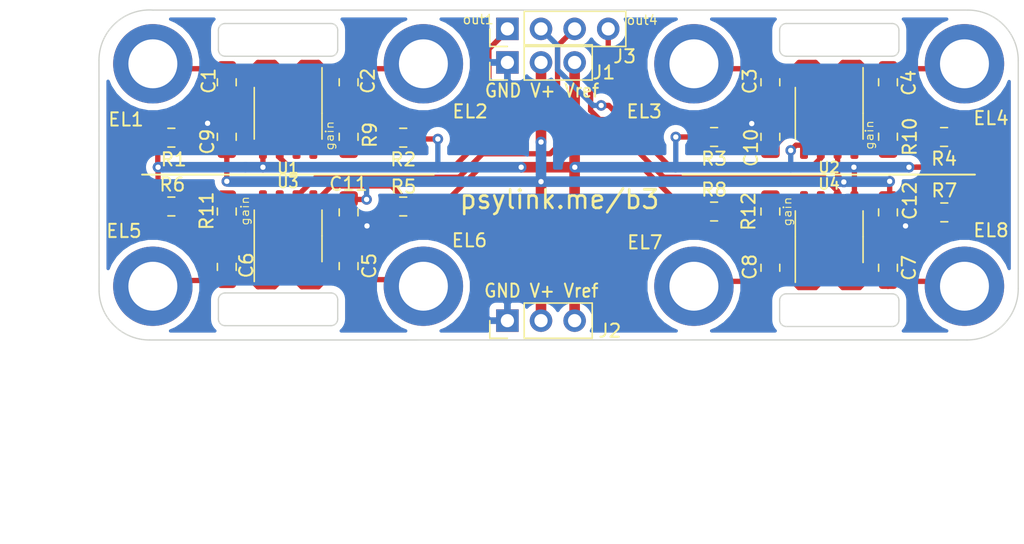
<source format=kicad_pcb>
(kicad_pcb (version 20171130) (host pcbnew 5.1.5+dfsg1-2build2)

  (general
    (thickness 1.6)
    (drawings 56)
    (tracks 280)
    (zones 0)
    (modules 40)
    (nets 32)
  )

  (page A4)
  (layers
    (0 F.Cu signal)
    (31 B.Cu signal)
    (32 B.Adhes user)
    (33 F.Adhes user)
    (34 B.Paste user)
    (35 F.Paste user)
    (36 B.SilkS user)
    (37 F.SilkS user)
    (38 B.Mask user)
    (39 F.Mask user)
    (40 Dwgs.User user)
    (41 Cmts.User user)
    (42 Eco1.User user)
    (43 Eco2.User user)
    (44 Edge.Cuts user)
    (45 Margin user)
    (46 B.CrtYd user)
    (47 F.CrtYd user)
    (48 B.Fab user)
    (49 F.Fab user hide)
  )

  (setup
    (last_trace_width 0.4)
    (user_trace_width 0.4)
    (user_trace_width 0.5)
    (user_trace_width 0.8)
    (user_trace_width 1)
    (trace_clearance 0.2)
    (zone_clearance 0.508)
    (zone_45_only no)
    (trace_min 0.2)
    (via_size 0.8)
    (via_drill 0.4)
    (via_min_size 0.4)
    (via_min_drill 0.3)
    (uvia_size 0.3)
    (uvia_drill 0.1)
    (uvias_allowed no)
    (uvia_min_size 0.2)
    (uvia_min_drill 0.1)
    (edge_width 0.1)
    (segment_width 0.2)
    (pcb_text_width 0.3)
    (pcb_text_size 1.5 1.5)
    (mod_edge_width 0.15)
    (mod_text_size 1 1)
    (mod_text_width 0.15)
    (pad_size 2.95 0.6)
    (pad_drill 0)
    (pad_to_mask_clearance 0)
    (aux_axis_origin 0 0)
    (visible_elements FFFFFF7F)
    (pcbplotparams
      (layerselection 0x010fc_ffffffff)
      (usegerberextensions false)
      (usegerberattributes false)
      (usegerberadvancedattributes false)
      (creategerberjobfile false)
      (excludeedgelayer true)
      (linewidth 0.100000)
      (plotframeref false)
      (viasonmask false)
      (mode 1)
      (useauxorigin false)
      (hpglpennumber 1)
      (hpglpenspeed 20)
      (hpglpendiameter 15.000000)
      (psnegative false)
      (psa4output false)
      (plotreference true)
      (plotvalue true)
      (plotinvisibletext false)
      (padsonsilk false)
      (subtractmaskfromsilk false)
      (outputformat 1)
      (mirror false)
      (drillshape 1)
      (scaleselection 1)
      (outputdirectory ""))
  )

  (net 0 "")
  (net 1 /in1)
  (net 2 "Net-(C1-Pad2)")
  (net 3 "Net-(C2-Pad1)")
  (net 4 /in2)
  (net 5 "Net-(C3-Pad2)")
  (net 6 /in3)
  (net 7 "Net-(C4-Pad1)")
  (net 8 /in4)
  (net 9 "Net-(C5-Pad2)")
  (net 10 /in5)
  (net 11 /in6)
  (net 12 "Net-(C6-Pad1)")
  (net 13 "Net-(C7-Pad2)")
  (net 14 /in7)
  (net 15 "Net-(C8-Pad1)")
  (net 16 /in8)
  (net 17 Earth)
  (net 18 VCC)
  (net 19 GNDS)
  (net 20 /out1)
  (net 21 /out2)
  (net 22 /out3)
  (net 23 /out4)
  (net 24 "Net-(R9-Pad2)")
  (net 25 "Net-(R9-Pad1)")
  (net 26 "Net-(R10-Pad1)")
  (net 27 "Net-(R10-Pad2)")
  (net 28 "Net-(R11-Pad2)")
  (net 29 "Net-(R11-Pad1)")
  (net 30 "Net-(R12-Pad1)")
  (net 31 "Net-(R12-Pad2)")

  (net_class Default "This is the default net class."
    (clearance 0.2)
    (trace_width 0.25)
    (via_dia 0.8)
    (via_drill 0.4)
    (uvia_dia 0.3)
    (uvia_drill 0.1)
    (add_net /in1)
    (add_net /in2)
    (add_net /in3)
    (add_net /in4)
    (add_net /in5)
    (add_net /in6)
    (add_net /in7)
    (add_net /in8)
    (add_net /out1)
    (add_net /out2)
    (add_net /out3)
    (add_net /out4)
    (add_net Earth)
    (add_net GNDS)
    (add_net "Net-(C1-Pad2)")
    (add_net "Net-(C2-Pad1)")
    (add_net "Net-(C3-Pad2)")
    (add_net "Net-(C4-Pad1)")
    (add_net "Net-(C5-Pad2)")
    (add_net "Net-(C6-Pad1)")
    (add_net "Net-(C7-Pad2)")
    (add_net "Net-(C8-Pad1)")
    (add_net "Net-(R10-Pad1)")
    (add_net "Net-(R10-Pad2)")
    (add_net "Net-(R11-Pad1)")
    (add_net "Net-(R11-Pad2)")
    (add_net "Net-(R12-Pad1)")
    (add_net "Net-(R12-Pad2)")
    (add_net "Net-(R9-Pad1)")
    (add_net "Net-(R9-Pad2)")
    (add_net VCC)
  )

  (module Connector_PinHeader_2.54mm:PinHeader_1x03_P2.54mm_Vertical (layer F.Cu) (tedit 59FED5CC) (tstamp 61571725)
    (at 56.261 48.895 90)
    (descr "Through hole straight pin header, 1x03, 2.54mm pitch, single row")
    (tags "Through hole pin header THT 1x03 2.54mm single row")
    (path /61593CFE)
    (fp_text reference J2 (at -0.762 7.747 180) (layer F.SilkS)
      (effects (font (size 1 1) (thickness 0.15)))
    )
    (fp_text value PowerPassThru (at 0 7.41 90) (layer F.Fab)
      (effects (font (size 1 1) (thickness 0.15)))
    )
    (fp_line (start -0.635 -1.27) (end 1.27 -1.27) (layer F.Fab) (width 0.1))
    (fp_line (start 1.27 -1.27) (end 1.27 6.35) (layer F.Fab) (width 0.1))
    (fp_line (start 1.27 6.35) (end -1.27 6.35) (layer F.Fab) (width 0.1))
    (fp_line (start -1.27 6.35) (end -1.27 -0.635) (layer F.Fab) (width 0.1))
    (fp_line (start -1.27 -0.635) (end -0.635 -1.27) (layer F.Fab) (width 0.1))
    (fp_line (start -1.33 6.41) (end 1.33 6.41) (layer F.SilkS) (width 0.12))
    (fp_line (start -1.33 1.27) (end -1.33 6.41) (layer F.SilkS) (width 0.12))
    (fp_line (start 1.33 1.27) (end 1.33 6.41) (layer F.SilkS) (width 0.12))
    (fp_line (start -1.33 1.27) (end 1.33 1.27) (layer F.SilkS) (width 0.12))
    (fp_line (start -1.33 0) (end -1.33 -1.33) (layer F.SilkS) (width 0.12))
    (fp_line (start -1.33 -1.33) (end 0 -1.33) (layer F.SilkS) (width 0.12))
    (fp_line (start -1.8 -1.8) (end -1.8 6.85) (layer F.CrtYd) (width 0.05))
    (fp_line (start -1.8 6.85) (end 1.8 6.85) (layer F.CrtYd) (width 0.05))
    (fp_line (start 1.8 6.85) (end 1.8 -1.8) (layer F.CrtYd) (width 0.05))
    (fp_line (start 1.8 -1.8) (end -1.8 -1.8) (layer F.CrtYd) (width 0.05))
    (fp_text user %R (at 0 2.54) (layer F.Fab)
      (effects (font (size 1 1) (thickness 0.15)))
    )
    (pad 1 thru_hole rect (at 0 0 90) (size 1.7 1.7) (drill 1) (layers *.Cu *.Mask)
      (net 17 Earth))
    (pad 2 thru_hole oval (at 0 2.54 90) (size 1.7 1.7) (drill 1) (layers *.Cu *.Mask)
      (net 18 VCC))
    (pad 3 thru_hole oval (at 0 5.08 90) (size 1.7 1.7) (drill 1) (layers *.Cu *.Mask)
      (net 19 GNDS))
    (model ${KISYS3DMOD}/Connector_PinHeader_2.54mm.3dshapes/PinHeader_1x03_P2.54mm_Vertical.wrl
      (at (xyz 0 0 0))
      (scale (xyz 1 1 1))
      (rotate (xyz 0 0 0))
    )
  )

  (module Package_SO:SOIC-8_3.9x4.9mm_P1.27mm (layer F.Cu) (tedit 5D9F72B1) (tstamp 61556561)
    (at 39.6875 33.2105 270)
    (descr "SOIC, 8 Pin (JEDEC MS-012AA, https://www.analog.com/media/en/package-pcb-resources/package/pkg_pdf/soic_narrow-r/r_8.pdf), generated with kicad-footprint-generator ipc_gullwing_generator.py")
    (tags "SOIC SO")
    (path /6089F0CF)
    (attr smd)
    (fp_text reference U1 (at 4.1402 0.0127 180) (layer F.SilkS)
      (effects (font (size 0.8 0.8) (thickness 0.15)))
    )
    (fp_text value INA128 (at 0 3.4 90) (layer F.Fab)
      (effects (font (size 1 1) (thickness 0.15)))
    )
    (fp_text user %R (at 0 0 90) (layer F.Fab)
      (effects (font (size 0.98 0.98) (thickness 0.15)))
    )
    (fp_line (start 3.7 -2.7) (end -3.7 -2.7) (layer F.CrtYd) (width 0.05))
    (fp_line (start 3.7 2.7) (end 3.7 -2.7) (layer F.CrtYd) (width 0.05))
    (fp_line (start -3.7 2.7) (end 3.7 2.7) (layer F.CrtYd) (width 0.05))
    (fp_line (start -3.7 -2.7) (end -3.7 2.7) (layer F.CrtYd) (width 0.05))
    (fp_line (start -1.95 -1.475) (end -0.975 -2.45) (layer F.Fab) (width 0.1))
    (fp_line (start -1.95 2.45) (end -1.95 -1.475) (layer F.Fab) (width 0.1))
    (fp_line (start 1.95 2.45) (end -1.95 2.45) (layer F.Fab) (width 0.1))
    (fp_line (start 1.95 -2.45) (end 1.95 2.45) (layer F.Fab) (width 0.1))
    (fp_line (start -0.975 -2.45) (end 1.95 -2.45) (layer F.Fab) (width 0.1))
    (fp_line (start 0 -2.56) (end -3.45 -2.56) (layer F.SilkS) (width 0.12))
    (fp_line (start 0 -2.56) (end 1.95 -2.56) (layer F.SilkS) (width 0.12))
    (fp_line (start 0 2.56) (end -1.95 2.56) (layer F.SilkS) (width 0.12))
    (fp_line (start 0 2.56) (end 1.95 2.56) (layer F.SilkS) (width 0.12))
    (pad 8 smd roundrect (at 2.475 -1.905 270) (size 1.95 0.6) (layers F.Cu F.Paste F.Mask) (roundrect_rratio 0.25)
      (net 24 "Net-(R9-Pad2)"))
    (pad 7 smd roundrect (at 2.475 -0.635 270) (size 1.95 0.6) (layers F.Cu F.Paste F.Mask) (roundrect_rratio 0.25)
      (net 18 VCC))
    (pad 6 smd roundrect (at 2.475 0.635 270) (size 1.95 0.6) (layers F.Cu F.Paste F.Mask) (roundrect_rratio 0.25)
      (net 20 /out1))
    (pad 5 smd roundrect (at 2.475 1.905 270) (size 1.95 0.6) (layers F.Cu F.Paste F.Mask) (roundrect_rratio 0.25)
      (net 19 GNDS))
    (pad 4 smd roundrect (at -2.475 1.905 270) (size 1.95 0.6) (layers F.Cu F.Paste F.Mask) (roundrect_rratio 0.25)
      (net 17 Earth))
    (pad 3 smd roundrect (at -2.475 0.635 270) (size 1.95 0.6) (layers F.Cu F.Paste F.Mask) (roundrect_rratio 0.25)
      (net 2 "Net-(C1-Pad2)"))
    (pad 2 smd roundrect (at -2.475 -0.635 270) (size 1.95 0.6) (layers F.Cu F.Paste F.Mask) (roundrect_rratio 0.25)
      (net 3 "Net-(C2-Pad1)"))
    (pad 1 smd roundrect (at -2.475 -1.905 270) (size 1.95 0.6) (layers F.Cu F.Paste F.Mask) (roundrect_rratio 0.25)
      (net 25 "Net-(R9-Pad1)"))
    (model ${KISYS3DMOD}/Package_SO.3dshapes/SOIC-8_3.9x4.9mm_P1.27mm.wrl
      (at (xyz 0 0 0))
      (scale (xyz 1 1 1))
      (rotate (xyz 0 0 0))
    )
  )

  (module "" (layer F.Cu) (tedit 0) (tstamp 6144EDE5)
    (at 18.161 40.132)
    (fp_text reference "" (at 25.4 25.4) (layer F.SilkS)
      (effects (font (size 1.27 1.27) (thickness 0.15)))
    )
    (fp_text value "" (at 25.4 25.4) (layer F.SilkS)
      (effects (font (size 1.27 1.27) (thickness 0.15)))
    )
    (fp_text user %R (at 25.4 25.4) (layer F.Fab)
      (effects (font (size 0.4 0.4) (thickness 0.06)))
    )
  )

  (module Capacitor_SMD:C_0805_2012Metric_Pad1.15x1.40mm_HandSolder (layer F.Cu) (tedit 5B36C52B) (tstamp 61558EA7)
    (at 35.052 30.861 270)
    (descr "Capacitor SMD 0805 (2012 Metric), square (rectangular) end terminal, IPC_7351 nominal with elongated pad for handsoldering. (Body size source: https://docs.google.com/spreadsheets/d/1BsfQQcO9C6DZCsRaXUlFlo91Tg2WpOkGARC1WS5S8t0/edit?usp=sharing), generated with kicad-footprint-generator")
    (tags "capacitor handsolder")
    (path /6093EE1D)
    (attr smd)
    (fp_text reference C1 (at -0.1016 1.3716 270) (layer F.SilkS)
      (effects (font (size 1 1) (thickness 0.15)))
    )
    (fp_text value 100pF (at 0 1.65 90) (layer F.Fab)
      (effects (font (size 1 1) (thickness 0.15)))
    )
    (fp_line (start -1 0.6) (end -1 -0.6) (layer F.Fab) (width 0.1))
    (fp_line (start -1 -0.6) (end 1 -0.6) (layer F.Fab) (width 0.1))
    (fp_line (start 1 -0.6) (end 1 0.6) (layer F.Fab) (width 0.1))
    (fp_line (start 1 0.6) (end -1 0.6) (layer F.Fab) (width 0.1))
    (fp_line (start -0.261252 -0.71) (end 0.261252 -0.71) (layer F.SilkS) (width 0.12))
    (fp_line (start -0.261252 0.71) (end 0.261252 0.71) (layer F.SilkS) (width 0.12))
    (fp_line (start -1.85 0.95) (end -1.85 -0.95) (layer F.CrtYd) (width 0.05))
    (fp_line (start -1.85 -0.95) (end 1.85 -0.95) (layer F.CrtYd) (width 0.05))
    (fp_line (start 1.85 -0.95) (end 1.85 0.95) (layer F.CrtYd) (width 0.05))
    (fp_line (start 1.85 0.95) (end -1.85 0.95) (layer F.CrtYd) (width 0.05))
    (fp_text user %R (at 0 0 90) (layer F.Fab)
      (effects (font (size 0.5 0.5) (thickness 0.08)))
    )
    (pad 1 smd roundrect (at -1.025 0 270) (size 1.15 1.4) (layers F.Cu F.Paste F.Mask) (roundrect_rratio 0.217391)
      (net 1 /in1))
    (pad 2 smd roundrect (at 1.025 0 270) (size 1.15 1.4) (layers F.Cu F.Paste F.Mask) (roundrect_rratio 0.217391)
      (net 2 "Net-(C1-Pad2)"))
    (model ${KISYS3DMOD}/Capacitor_SMD.3dshapes/C_0805_2012Metric.wrl
      (at (xyz 0 0 0))
      (scale (xyz 1 1 1))
      (rotate (xyz 0 0 0))
    )
  )

  (module Capacitor_SMD:C_0805_2012Metric_Pad1.15x1.40mm_HandSolder (layer F.Cu) (tedit 5B36C52B) (tstamp 61558E35)
    (at 44.2595 30.861 90)
    (descr "Capacitor SMD 0805 (2012 Metric), square (rectangular) end terminal, IPC_7351 nominal with elongated pad for handsoldering. (Body size source: https://docs.google.com/spreadsheets/d/1BsfQQcO9C6DZCsRaXUlFlo91Tg2WpOkGARC1WS5S8t0/edit?usp=sharing), generated with kicad-footprint-generator")
    (tags "capacitor handsolder")
    (path /6095A525)
    (attr smd)
    (fp_text reference C2 (at 0.1016 1.4605 90) (layer F.SilkS)
      (effects (font (size 1 1) (thickness 0.15)))
    )
    (fp_text value 100pF (at 0 1.65 90) (layer F.Fab)
      (effects (font (size 1 1) (thickness 0.15)))
    )
    (fp_line (start -1 0.6) (end -1 -0.6) (layer F.Fab) (width 0.1))
    (fp_line (start -1 -0.6) (end 1 -0.6) (layer F.Fab) (width 0.1))
    (fp_line (start 1 -0.6) (end 1 0.6) (layer F.Fab) (width 0.1))
    (fp_line (start 1 0.6) (end -1 0.6) (layer F.Fab) (width 0.1))
    (fp_line (start -0.261252 -0.71) (end 0.261252 -0.71) (layer F.SilkS) (width 0.12))
    (fp_line (start -0.261252 0.71) (end 0.261252 0.71) (layer F.SilkS) (width 0.12))
    (fp_line (start -1.85 0.95) (end -1.85 -0.95) (layer F.CrtYd) (width 0.05))
    (fp_line (start -1.85 -0.95) (end 1.85 -0.95) (layer F.CrtYd) (width 0.05))
    (fp_line (start 1.85 -0.95) (end 1.85 0.95) (layer F.CrtYd) (width 0.05))
    (fp_line (start 1.85 0.95) (end -1.85 0.95) (layer F.CrtYd) (width 0.05))
    (fp_text user %R (at 0 0 90) (layer F.Fab)
      (effects (font (size 0.5 0.5) (thickness 0.08)))
    )
    (pad 1 smd roundrect (at -1.025 0 90) (size 1.15 1.4) (layers F.Cu F.Paste F.Mask) (roundrect_rratio 0.217391)
      (net 3 "Net-(C2-Pad1)"))
    (pad 2 smd roundrect (at 1.025 0 90) (size 1.15 1.4) (layers F.Cu F.Paste F.Mask) (roundrect_rratio 0.217391)
      (net 4 /in2))
    (model ${KISYS3DMOD}/Capacitor_SMD.3dshapes/C_0805_2012Metric.wrl
      (at (xyz 0 0 0))
      (scale (xyz 1 1 1))
      (rotate (xyz 0 0 0))
    )
  )

  (module Capacitor_SMD:C_0805_2012Metric_Pad1.15x1.40mm_HandSolder (layer F.Cu) (tedit 5B36C52B) (tstamp 6155464C)
    (at 76.1365 30.861 270)
    (descr "Capacitor SMD 0805 (2012 Metric), square (rectangular) end terminal, IPC_7351 nominal with elongated pad for handsoldering. (Body size source: https://docs.google.com/spreadsheets/d/1BsfQQcO9C6DZCsRaXUlFlo91Tg2WpOkGARC1WS5S8t0/edit?usp=sharing), generated with kicad-footprint-generator")
    (tags "capacitor handsolder")
    (path /614840E8)
    (attr smd)
    (fp_text reference C3 (at -0.0762 1.5621 270) (layer F.SilkS)
      (effects (font (size 1 1) (thickness 0.15)))
    )
    (fp_text value 100pF (at 0 1.65 90) (layer F.Fab)
      (effects (font (size 1 1) (thickness 0.15)))
    )
    (fp_text user %R (at 0 0 90) (layer F.Fab)
      (effects (font (size 0.5 0.5) (thickness 0.08)))
    )
    (fp_line (start 1.85 0.95) (end -1.85 0.95) (layer F.CrtYd) (width 0.05))
    (fp_line (start 1.85 -0.95) (end 1.85 0.95) (layer F.CrtYd) (width 0.05))
    (fp_line (start -1.85 -0.95) (end 1.85 -0.95) (layer F.CrtYd) (width 0.05))
    (fp_line (start -1.85 0.95) (end -1.85 -0.95) (layer F.CrtYd) (width 0.05))
    (fp_line (start -0.261252 0.71) (end 0.261252 0.71) (layer F.SilkS) (width 0.12))
    (fp_line (start -0.261252 -0.71) (end 0.261252 -0.71) (layer F.SilkS) (width 0.12))
    (fp_line (start 1 0.6) (end -1 0.6) (layer F.Fab) (width 0.1))
    (fp_line (start 1 -0.6) (end 1 0.6) (layer F.Fab) (width 0.1))
    (fp_line (start -1 -0.6) (end 1 -0.6) (layer F.Fab) (width 0.1))
    (fp_line (start -1 0.6) (end -1 -0.6) (layer F.Fab) (width 0.1))
    (pad 2 smd roundrect (at 1.025 0 270) (size 1.15 1.4) (layers F.Cu F.Paste F.Mask) (roundrect_rratio 0.217391)
      (net 5 "Net-(C3-Pad2)"))
    (pad 1 smd roundrect (at -1.025 0 270) (size 1.15 1.4) (layers F.Cu F.Paste F.Mask) (roundrect_rratio 0.217391)
      (net 6 /in3))
    (model ${KISYS3DMOD}/Capacitor_SMD.3dshapes/C_0805_2012Metric.wrl
      (at (xyz 0 0 0))
      (scale (xyz 1 1 1))
      (rotate (xyz 0 0 0))
    )
  )

  (module Capacitor_SMD:C_0805_2012Metric_Pad1.15x1.40mm_HandSolder (layer F.Cu) (tedit 5B36C52B) (tstamp 6155461C)
    (at 85.0265 30.861 90)
    (descr "Capacitor SMD 0805 (2012 Metric), square (rectangular) end terminal, IPC_7351 nominal with elongated pad for handsoldering. (Body size source: https://docs.google.com/spreadsheets/d/1BsfQQcO9C6DZCsRaXUlFlo91Tg2WpOkGARC1WS5S8t0/edit?usp=sharing), generated with kicad-footprint-generator")
    (tags "capacitor handsolder")
    (path /614840F4)
    (attr smd)
    (fp_text reference C4 (at -0.0508 1.5748 90) (layer F.SilkS)
      (effects (font (size 1 1) (thickness 0.15)))
    )
    (fp_text value 100pF (at 0 1.65 90) (layer F.Fab)
      (effects (font (size 1 1) (thickness 0.15)))
    )
    (fp_line (start -1 0.6) (end -1 -0.6) (layer F.Fab) (width 0.1))
    (fp_line (start -1 -0.6) (end 1 -0.6) (layer F.Fab) (width 0.1))
    (fp_line (start 1 -0.6) (end 1 0.6) (layer F.Fab) (width 0.1))
    (fp_line (start 1 0.6) (end -1 0.6) (layer F.Fab) (width 0.1))
    (fp_line (start -0.261252 -0.71) (end 0.261252 -0.71) (layer F.SilkS) (width 0.12))
    (fp_line (start -0.261252 0.71) (end 0.261252 0.71) (layer F.SilkS) (width 0.12))
    (fp_line (start -1.85 0.95) (end -1.85 -0.95) (layer F.CrtYd) (width 0.05))
    (fp_line (start -1.85 -0.95) (end 1.85 -0.95) (layer F.CrtYd) (width 0.05))
    (fp_line (start 1.85 -0.95) (end 1.85 0.95) (layer F.CrtYd) (width 0.05))
    (fp_line (start 1.85 0.95) (end -1.85 0.95) (layer F.CrtYd) (width 0.05))
    (fp_text user %R (at 0 0 90) (layer F.Fab)
      (effects (font (size 0.5 0.5) (thickness 0.08)))
    )
    (pad 1 smd roundrect (at -1.025 0 90) (size 1.15 1.4) (layers F.Cu F.Paste F.Mask) (roundrect_rratio 0.217391)
      (net 7 "Net-(C4-Pad1)"))
    (pad 2 smd roundrect (at 1.025 0 90) (size 1.15 1.4) (layers F.Cu F.Paste F.Mask) (roundrect_rratio 0.217391)
      (net 8 /in4))
    (model ${KISYS3DMOD}/Capacitor_SMD.3dshapes/C_0805_2012Metric.wrl
      (at (xyz 0 0 0))
      (scale (xyz 1 1 1))
      (rotate (xyz 0 0 0))
    )
  )

  (module Capacitor_SMD:C_0805_2012Metric_Pad1.15x1.40mm_HandSolder (layer F.Cu) (tedit 5B36C52B) (tstamp 6155D5E6)
    (at 44.2595 44.7675 90)
    (descr "Capacitor SMD 0805 (2012 Metric), square (rectangular) end terminal, IPC_7351 nominal with elongated pad for handsoldering. (Body size source: https://docs.google.com/spreadsheets/d/1BsfQQcO9C6DZCsRaXUlFlo91Tg2WpOkGARC1WS5S8t0/edit?usp=sharing), generated with kicad-footprint-generator")
    (tags "capacitor handsolder")
    (path /6148FA1F)
    (attr smd)
    (fp_text reference C5 (at 0.0127 1.5621 90) (layer F.SilkS)
      (effects (font (size 1 1) (thickness 0.15)))
    )
    (fp_text value 100pF (at 0 1.65 90) (layer F.Fab)
      (effects (font (size 1 1) (thickness 0.15)))
    )
    (fp_line (start -1 0.6) (end -1 -0.6) (layer F.Fab) (width 0.1))
    (fp_line (start -1 -0.6) (end 1 -0.6) (layer F.Fab) (width 0.1))
    (fp_line (start 1 -0.6) (end 1 0.6) (layer F.Fab) (width 0.1))
    (fp_line (start 1 0.6) (end -1 0.6) (layer F.Fab) (width 0.1))
    (fp_line (start -0.261252 -0.71) (end 0.261252 -0.71) (layer F.SilkS) (width 0.12))
    (fp_line (start -0.261252 0.71) (end 0.261252 0.71) (layer F.SilkS) (width 0.12))
    (fp_line (start -1.85 0.95) (end -1.85 -0.95) (layer F.CrtYd) (width 0.05))
    (fp_line (start -1.85 -0.95) (end 1.85 -0.95) (layer F.CrtYd) (width 0.05))
    (fp_line (start 1.85 -0.95) (end 1.85 0.95) (layer F.CrtYd) (width 0.05))
    (fp_line (start 1.85 0.95) (end -1.85 0.95) (layer F.CrtYd) (width 0.05))
    (fp_text user %R (at 0 0 90) (layer F.Fab)
      (effects (font (size 0.5 0.5) (thickness 0.08)))
    )
    (pad 1 smd roundrect (at -1.025 0 90) (size 1.15 1.4) (layers F.Cu F.Paste F.Mask) (roundrect_rratio 0.217391)
      (net 11 /in6))
    (pad 2 smd roundrect (at 1.025 0 90) (size 1.15 1.4) (layers F.Cu F.Paste F.Mask) (roundrect_rratio 0.217391)
      (net 9 "Net-(C5-Pad2)"))
    (model ${KISYS3DMOD}/Capacitor_SMD.3dshapes/C_0805_2012Metric.wrl
      (at (xyz 0 0 0))
      (scale (xyz 1 1 1))
      (rotate (xyz 0 0 0))
    )
  )

  (module Capacitor_SMD:C_0805_2012Metric_Pad1.15x1.40mm_HandSolder (layer F.Cu) (tedit 5B36C52B) (tstamp 6155A713)
    (at 35.052 44.831 90)
    (descr "Capacitor SMD 0805 (2012 Metric), square (rectangular) end terminal, IPC_7351 nominal with elongated pad for handsoldering. (Body size source: https://docs.google.com/spreadsheets/d/1BsfQQcO9C6DZCsRaXUlFlo91Tg2WpOkGARC1WS5S8t0/edit?usp=sharing), generated with kicad-footprint-generator")
    (tags "capacitor handsolder")
    (path /6148FA2B)
    (attr smd)
    (fp_text reference C6 (at 0.1233 1.4732 90) (layer F.SilkS)
      (effects (font (size 1 1) (thickness 0.15)))
    )
    (fp_text value 100pF (at 0 1.65 90) (layer F.Fab)
      (effects (font (size 1 1) (thickness 0.15)))
    )
    (fp_line (start -1 0.6) (end -1 -0.6) (layer F.Fab) (width 0.1))
    (fp_line (start -1 -0.6) (end 1 -0.6) (layer F.Fab) (width 0.1))
    (fp_line (start 1 -0.6) (end 1 0.6) (layer F.Fab) (width 0.1))
    (fp_line (start 1 0.6) (end -1 0.6) (layer F.Fab) (width 0.1))
    (fp_line (start -0.261252 -0.71) (end 0.261252 -0.71) (layer F.SilkS) (width 0.12))
    (fp_line (start -0.261252 0.71) (end 0.261252 0.71) (layer F.SilkS) (width 0.12))
    (fp_line (start -1.85 0.95) (end -1.85 -0.95) (layer F.CrtYd) (width 0.05))
    (fp_line (start -1.85 -0.95) (end 1.85 -0.95) (layer F.CrtYd) (width 0.05))
    (fp_line (start 1.85 -0.95) (end 1.85 0.95) (layer F.CrtYd) (width 0.05))
    (fp_line (start 1.85 0.95) (end -1.85 0.95) (layer F.CrtYd) (width 0.05))
    (fp_text user %R (at 0 0 90) (layer F.Fab)
      (effects (font (size 0.5 0.5) (thickness 0.08)))
    )
    (pad 1 smd roundrect (at -1.025 0 90) (size 1.15 1.4) (layers F.Cu F.Paste F.Mask) (roundrect_rratio 0.217391)
      (net 12 "Net-(C6-Pad1)"))
    (pad 2 smd roundrect (at 1.025 0 90) (size 1.15 1.4) (layers F.Cu F.Paste F.Mask) (roundrect_rratio 0.217391)
      (net 10 /in5))
    (model ${KISYS3DMOD}/Capacitor_SMD.3dshapes/C_0805_2012Metric.wrl
      (at (xyz 0 0 0))
      (scale (xyz 1 1 1))
      (rotate (xyz 0 0 0))
    )
  )

  (module Capacitor_SMD:C_0805_2012Metric_Pad1.15x1.40mm_HandSolder (layer F.Cu) (tedit 5B36C52B) (tstamp 61557855)
    (at 85.0265 44.8945 90)
    (descr "Capacitor SMD 0805 (2012 Metric), square (rectangular) end terminal, IPC_7351 nominal with elongated pad for handsoldering. (Body size source: https://docs.google.com/spreadsheets/d/1BsfQQcO9C6DZCsRaXUlFlo91Tg2WpOkGARC1WS5S8t0/edit?usp=sharing), generated with kicad-footprint-generator")
    (tags "capacitor handsolder")
    (path /61492FDA)
    (attr smd)
    (fp_text reference C7 (at 0 1.5875 90) (layer F.SilkS)
      (effects (font (size 1 1) (thickness 0.15)))
    )
    (fp_text value 100pF (at 0 1.65 90) (layer F.Fab)
      (effects (font (size 1 1) (thickness 0.15)))
    )
    (fp_line (start -1 0.6) (end -1 -0.6) (layer F.Fab) (width 0.1))
    (fp_line (start -1 -0.6) (end 1 -0.6) (layer F.Fab) (width 0.1))
    (fp_line (start 1 -0.6) (end 1 0.6) (layer F.Fab) (width 0.1))
    (fp_line (start 1 0.6) (end -1 0.6) (layer F.Fab) (width 0.1))
    (fp_line (start -0.261252 -0.71) (end 0.261252 -0.71) (layer F.SilkS) (width 0.12))
    (fp_line (start -0.261252 0.71) (end 0.261252 0.71) (layer F.SilkS) (width 0.12))
    (fp_line (start -1.85 0.95) (end -1.85 -0.95) (layer F.CrtYd) (width 0.05))
    (fp_line (start -1.85 -0.95) (end 1.85 -0.95) (layer F.CrtYd) (width 0.05))
    (fp_line (start 1.85 -0.95) (end 1.85 0.95) (layer F.CrtYd) (width 0.05))
    (fp_line (start 1.85 0.95) (end -1.85 0.95) (layer F.CrtYd) (width 0.05))
    (fp_text user %R (at 0 0 90) (layer F.Fab)
      (effects (font (size 0.5 0.5) (thickness 0.08)))
    )
    (pad 1 smd roundrect (at -1.025 0 90) (size 1.15 1.4) (layers F.Cu F.Paste F.Mask) (roundrect_rratio 0.217391)
      (net 16 /in8))
    (pad 2 smd roundrect (at 1.025 0 90) (size 1.15 1.4) (layers F.Cu F.Paste F.Mask) (roundrect_rratio 0.217391)
      (net 13 "Net-(C7-Pad2)"))
    (model ${KISYS3DMOD}/Capacitor_SMD.3dshapes/C_0805_2012Metric.wrl
      (at (xyz 0 0 0))
      (scale (xyz 1 1 1))
      (rotate (xyz 0 0 0))
    )
  )

  (module Capacitor_SMD:C_0805_2012Metric_Pad1.15x1.40mm_HandSolder (layer F.Cu) (tedit 5B36C52B) (tstamp 61554D34)
    (at 76.1365 44.8945 270)
    (descr "Capacitor SMD 0805 (2012 Metric), square (rectangular) end terminal, IPC_7351 nominal with elongated pad for handsoldering. (Body size source: https://docs.google.com/spreadsheets/d/1BsfQQcO9C6DZCsRaXUlFlo91Tg2WpOkGARC1WS5S8t0/edit?usp=sharing), generated with kicad-footprint-generator")
    (tags "capacitor handsolder")
    (path /61492FE6)
    (attr smd)
    (fp_text reference C8 (at -0.0635 1.5621 90) (layer F.SilkS)
      (effects (font (size 1 1) (thickness 0.15)))
    )
    (fp_text value 100pF (at 0 1.65 90) (layer F.Fab)
      (effects (font (size 1 1) (thickness 0.15)))
    )
    (fp_text user %R (at 0 0 90) (layer F.Fab)
      (effects (font (size 0.5 0.5) (thickness 0.08)))
    )
    (fp_line (start 1.85 0.95) (end -1.85 0.95) (layer F.CrtYd) (width 0.05))
    (fp_line (start 1.85 -0.95) (end 1.85 0.95) (layer F.CrtYd) (width 0.05))
    (fp_line (start -1.85 -0.95) (end 1.85 -0.95) (layer F.CrtYd) (width 0.05))
    (fp_line (start -1.85 0.95) (end -1.85 -0.95) (layer F.CrtYd) (width 0.05))
    (fp_line (start -0.261252 0.71) (end 0.261252 0.71) (layer F.SilkS) (width 0.12))
    (fp_line (start -0.261252 -0.71) (end 0.261252 -0.71) (layer F.SilkS) (width 0.12))
    (fp_line (start 1 0.6) (end -1 0.6) (layer F.Fab) (width 0.1))
    (fp_line (start 1 -0.6) (end 1 0.6) (layer F.Fab) (width 0.1))
    (fp_line (start -1 -0.6) (end 1 -0.6) (layer F.Fab) (width 0.1))
    (fp_line (start -1 0.6) (end -1 -0.6) (layer F.Fab) (width 0.1))
    (pad 2 smd roundrect (at 1.025 0 270) (size 1.15 1.4) (layers F.Cu F.Paste F.Mask) (roundrect_rratio 0.217391)
      (net 14 /in7))
    (pad 1 smd roundrect (at -1.025 0 270) (size 1.15 1.4) (layers F.Cu F.Paste F.Mask) (roundrect_rratio 0.217391)
      (net 15 "Net-(C8-Pad1)"))
    (model ${KISYS3DMOD}/Capacitor_SMD.3dshapes/C_0805_2012Metric.wrl
      (at (xyz 0 0 0))
      (scale (xyz 1 1 1))
      (rotate (xyz 0 0 0))
    )
  )

  (module Capacitor_SMD:C_0805_2012Metric_Pad1.15x1.40mm_HandSolder (layer F.Cu) (tedit 5B36C52B) (tstamp 6144EA3D)
    (at 35.052 34.9885 90)
    (descr "Capacitor SMD 0805 (2012 Metric), square (rectangular) end terminal, IPC_7351 nominal with elongated pad for handsoldering. (Body size source: https://docs.google.com/spreadsheets/d/1BsfQQcO9C6DZCsRaXUlFlo91Tg2WpOkGARC1WS5S8t0/edit?usp=sharing), generated with kicad-footprint-generator")
    (tags "capacitor handsolder")
    (path /608CA25E)
    (attr smd)
    (fp_text reference C9 (at -0.3683 -1.4732 90) (layer F.SilkS)
      (effects (font (size 1 1) (thickness 0.15)))
    )
    (fp_text value 100nF (at 0 1.65 90) (layer F.Fab)
      (effects (font (size 1 1) (thickness 0.15)))
    )
    (fp_text user %R (at 0 0 90) (layer F.Fab)
      (effects (font (size 0.5 0.5) (thickness 0.08)))
    )
    (fp_line (start 1.85 0.95) (end -1.85 0.95) (layer F.CrtYd) (width 0.05))
    (fp_line (start 1.85 -0.95) (end 1.85 0.95) (layer F.CrtYd) (width 0.05))
    (fp_line (start -1.85 -0.95) (end 1.85 -0.95) (layer F.CrtYd) (width 0.05))
    (fp_line (start -1.85 0.95) (end -1.85 -0.95) (layer F.CrtYd) (width 0.05))
    (fp_line (start -0.261252 0.71) (end 0.261252 0.71) (layer F.SilkS) (width 0.12))
    (fp_line (start -0.261252 -0.71) (end 0.261252 -0.71) (layer F.SilkS) (width 0.12))
    (fp_line (start 1 0.6) (end -1 0.6) (layer F.Fab) (width 0.1))
    (fp_line (start 1 -0.6) (end 1 0.6) (layer F.Fab) (width 0.1))
    (fp_line (start -1 -0.6) (end 1 -0.6) (layer F.Fab) (width 0.1))
    (fp_line (start -1 0.6) (end -1 -0.6) (layer F.Fab) (width 0.1))
    (pad 2 smd roundrect (at 1.025 0 90) (size 1.15 1.4) (layers F.Cu F.Paste F.Mask) (roundrect_rratio 0.217391)
      (net 17 Earth))
    (pad 1 smd roundrect (at -1.025 0 90) (size 1.15 1.4) (layers F.Cu F.Paste F.Mask) (roundrect_rratio 0.217391)
      (net 18 VCC))
    (model ${KISYS3DMOD}/Capacitor_SMD.3dshapes/C_0805_2012Metric.wrl
      (at (xyz 0 0 0))
      (scale (xyz 1 1 1))
      (rotate (xyz 0 0 0))
    )
  )

  (module Capacitor_SMD:C_0805_2012Metric_Pad1.15x1.40mm_HandSolder (layer F.Cu) (tedit 5B36C52B) (tstamp 61554511)
    (at 76.1365 34.9885 90)
    (descr "Capacitor SMD 0805 (2012 Metric), square (rectangular) end terminal, IPC_7351 nominal with elongated pad for handsoldering. (Body size source: https://docs.google.com/spreadsheets/d/1BsfQQcO9C6DZCsRaXUlFlo91Tg2WpOkGARC1WS5S8t0/edit?usp=sharing), generated with kicad-footprint-generator")
    (tags "capacitor handsolder")
    (path /614840BB)
    (attr smd)
    (fp_text reference C10 (at -0.8255 -1.4605 90) (layer F.SilkS)
      (effects (font (size 1 1) (thickness 0.15)))
    )
    (fp_text value 100nF (at 0 1.65 90) (layer F.Fab)
      (effects (font (size 1 1) (thickness 0.15)))
    )
    (fp_line (start -1 0.6) (end -1 -0.6) (layer F.Fab) (width 0.1))
    (fp_line (start -1 -0.6) (end 1 -0.6) (layer F.Fab) (width 0.1))
    (fp_line (start 1 -0.6) (end 1 0.6) (layer F.Fab) (width 0.1))
    (fp_line (start 1 0.6) (end -1 0.6) (layer F.Fab) (width 0.1))
    (fp_line (start -0.261252 -0.71) (end 0.261252 -0.71) (layer F.SilkS) (width 0.12))
    (fp_line (start -0.261252 0.71) (end 0.261252 0.71) (layer F.SilkS) (width 0.12))
    (fp_line (start -1.85 0.95) (end -1.85 -0.95) (layer F.CrtYd) (width 0.05))
    (fp_line (start -1.85 -0.95) (end 1.85 -0.95) (layer F.CrtYd) (width 0.05))
    (fp_line (start 1.85 -0.95) (end 1.85 0.95) (layer F.CrtYd) (width 0.05))
    (fp_line (start 1.85 0.95) (end -1.85 0.95) (layer F.CrtYd) (width 0.05))
    (fp_text user %R (at 0 0 90) (layer F.Fab)
      (effects (font (size 0.5 0.5) (thickness 0.08)))
    )
    (pad 1 smd roundrect (at -1.025 0 90) (size 1.15 1.4) (layers F.Cu F.Paste F.Mask) (roundrect_rratio 0.217391)
      (net 18 VCC))
    (pad 2 smd roundrect (at 1.025 0 90) (size 1.15 1.4) (layers F.Cu F.Paste F.Mask) (roundrect_rratio 0.217391)
      (net 17 Earth))
    (model ${KISYS3DMOD}/Capacitor_SMD.3dshapes/C_0805_2012Metric.wrl
      (at (xyz 0 0 0))
      (scale (xyz 1 1 1))
      (rotate (xyz 0 0 0))
    )
  )

  (module Capacitor_SMD:C_0805_2012Metric_Pad1.15x1.40mm_HandSolder (layer F.Cu) (tedit 5B36C52B) (tstamp 6144EA5F)
    (at 44.2595 40.7035 270)
    (descr "Capacitor SMD 0805 (2012 Metric), square (rectangular) end terminal, IPC_7351 nominal with elongated pad for handsoldering. (Body size source: https://docs.google.com/spreadsheets/d/1BsfQQcO9C6DZCsRaXUlFlo91Tg2WpOkGARC1WS5S8t0/edit?usp=sharing), generated with kicad-footprint-generator")
    (tags "capacitor handsolder")
    (path /6148F9F2)
    (attr smd)
    (fp_text reference C11 (at -2.1463 0.0127) (layer F.SilkS)
      (effects (font (size 1 1) (thickness 0.15)))
    )
    (fp_text value 100nF (at 0 1.65 270) (layer F.Fab)
      (effects (font (size 1 1) (thickness 0.15)))
    )
    (fp_text user %R (at 0 0 270) (layer F.Fab)
      (effects (font (size 0.5 0.5) (thickness 0.08)))
    )
    (fp_line (start 1.85 0.95) (end -1.85 0.95) (layer F.CrtYd) (width 0.05))
    (fp_line (start 1.85 -0.95) (end 1.85 0.95) (layer F.CrtYd) (width 0.05))
    (fp_line (start -1.85 -0.95) (end 1.85 -0.95) (layer F.CrtYd) (width 0.05))
    (fp_line (start -1.85 0.95) (end -1.85 -0.95) (layer F.CrtYd) (width 0.05))
    (fp_line (start -0.261252 0.71) (end 0.261252 0.71) (layer F.SilkS) (width 0.12))
    (fp_line (start -0.261252 -0.71) (end 0.261252 -0.71) (layer F.SilkS) (width 0.12))
    (fp_line (start 1 0.6) (end -1 0.6) (layer F.Fab) (width 0.1))
    (fp_line (start 1 -0.6) (end 1 0.6) (layer F.Fab) (width 0.1))
    (fp_line (start -1 -0.6) (end 1 -0.6) (layer F.Fab) (width 0.1))
    (fp_line (start -1 0.6) (end -1 -0.6) (layer F.Fab) (width 0.1))
    (pad 2 smd roundrect (at 1.025 0 270) (size 1.15 1.4) (layers F.Cu F.Paste F.Mask) (roundrect_rratio 0.217391)
      (net 17 Earth))
    (pad 1 smd roundrect (at -1.025 0 270) (size 1.15 1.4) (layers F.Cu F.Paste F.Mask) (roundrect_rratio 0.217391)
      (net 18 VCC))
    (model ${KISYS3DMOD}/Capacitor_SMD.3dshapes/C_0805_2012Metric.wrl
      (at (xyz 0 0 0))
      (scale (xyz 1 1 1))
      (rotate (xyz 0 0 0))
    )
  )

  (module Capacitor_SMD:C_0805_2012Metric_Pad1.15x1.40mm_HandSolder (layer F.Cu) (tedit 5B36C52B) (tstamp 61554C89)
    (at 85.0265 40.7035 270)
    (descr "Capacitor SMD 0805 (2012 Metric), square (rectangular) end terminal, IPC_7351 nominal with elongated pad for handsoldering. (Body size source: https://docs.google.com/spreadsheets/d/1BsfQQcO9C6DZCsRaXUlFlo91Tg2WpOkGARC1WS5S8t0/edit?usp=sharing), generated with kicad-footprint-generator")
    (tags "capacitor handsolder")
    (path /61492FAD)
    (attr smd)
    (fp_text reference C12 (at -0.8763 -1.65 270) (layer F.SilkS)
      (effects (font (size 1 1) (thickness 0.15)))
    )
    (fp_text value 100nF (at 0 1.65 270) (layer F.Fab)
      (effects (font (size 1 1) (thickness 0.15)))
    )
    (fp_line (start -1 0.6) (end -1 -0.6) (layer F.Fab) (width 0.1))
    (fp_line (start -1 -0.6) (end 1 -0.6) (layer F.Fab) (width 0.1))
    (fp_line (start 1 -0.6) (end 1 0.6) (layer F.Fab) (width 0.1))
    (fp_line (start 1 0.6) (end -1 0.6) (layer F.Fab) (width 0.1))
    (fp_line (start -0.261252 -0.71) (end 0.261252 -0.71) (layer F.SilkS) (width 0.12))
    (fp_line (start -0.261252 0.71) (end 0.261252 0.71) (layer F.SilkS) (width 0.12))
    (fp_line (start -1.85 0.95) (end -1.85 -0.95) (layer F.CrtYd) (width 0.05))
    (fp_line (start -1.85 -0.95) (end 1.85 -0.95) (layer F.CrtYd) (width 0.05))
    (fp_line (start 1.85 -0.95) (end 1.85 0.95) (layer F.CrtYd) (width 0.05))
    (fp_line (start 1.85 0.95) (end -1.85 0.95) (layer F.CrtYd) (width 0.05))
    (fp_text user %R (at 0 0 270) (layer F.Fab)
      (effects (font (size 0.5 0.5) (thickness 0.08)))
    )
    (pad 1 smd roundrect (at -1.025 0 270) (size 1.15 1.4) (layers F.Cu F.Paste F.Mask) (roundrect_rratio 0.217391)
      (net 18 VCC))
    (pad 2 smd roundrect (at 1.025 0 270) (size 1.15 1.4) (layers F.Cu F.Paste F.Mask) (roundrect_rratio 0.217391)
      (net 17 Earth))
    (model ${KISYS3DMOD}/Capacitor_SMD.3dshapes/C_0805_2012Metric.wrl
      (at (xyz 0 0 0))
      (scale (xyz 1 1 1))
      (rotate (xyz 0 0 0))
    )
  )

  (module Connector_PinHeader_2.54mm:PinHeader_1x04_P2.54mm_Vertical (layer F.Cu) (tedit 59FED5CC) (tstamp 61564F3C)
    (at 56.261 26.8224 90)
    (descr "Through hole straight pin header, 1x04, 2.54mm pitch, single row")
    (tags "Through hole pin header THT 1x04 2.54mm single row")
    (path /6150DD4D)
    (fp_text reference J3 (at -2.0828 8.8646 180) (layer F.SilkS)
      (effects (font (size 1 1) (thickness 0.15)))
    )
    (fp_text value OutputPins (at -2.2352 4.7244 180) (layer F.Fab)
      (effects (font (size 1 1) (thickness 0.15)))
    )
    (fp_line (start -0.635 -1.27) (end 1.27 -1.27) (layer F.Fab) (width 0.1))
    (fp_line (start 1.27 -1.27) (end 1.27 8.89) (layer F.Fab) (width 0.1))
    (fp_line (start 1.27 8.89) (end -1.27 8.89) (layer F.Fab) (width 0.1))
    (fp_line (start -1.27 8.89) (end -1.27 -0.635) (layer F.Fab) (width 0.1))
    (fp_line (start -1.27 -0.635) (end -0.635 -1.27) (layer F.Fab) (width 0.1))
    (fp_line (start -1.33 8.95) (end 1.33 8.95) (layer F.SilkS) (width 0.12))
    (fp_line (start -1.33 1.27) (end -1.33 8.95) (layer F.SilkS) (width 0.12))
    (fp_line (start 1.33 1.27) (end 1.33 8.95) (layer F.SilkS) (width 0.12))
    (fp_line (start -1.33 1.27) (end 1.33 1.27) (layer F.SilkS) (width 0.12))
    (fp_line (start -1.33 0) (end -1.33 -1.33) (layer F.SilkS) (width 0.12))
    (fp_line (start -1.33 -1.33) (end 0 -1.33) (layer F.SilkS) (width 0.12))
    (fp_line (start -1.8 -1.8) (end -1.8 9.4) (layer F.CrtYd) (width 0.05))
    (fp_line (start -1.8 9.4) (end 1.8 9.4) (layer F.CrtYd) (width 0.05))
    (fp_line (start 1.8 9.4) (end 1.8 -1.8) (layer F.CrtYd) (width 0.05))
    (fp_line (start 1.8 -1.8) (end -1.8 -1.8) (layer F.CrtYd) (width 0.05))
    (fp_text user %R (at 0 3.81) (layer F.Fab)
      (effects (font (size 1 1) (thickness 0.15)))
    )
    (pad 1 thru_hole rect (at 0 0 90) (size 1.7 1.7) (drill 1) (layers *.Cu *.Mask)
      (net 20 /out1))
    (pad 2 thru_hole oval (at 0 2.54 90) (size 1.7 1.7) (drill 1) (layers *.Cu *.Mask)
      (net 21 /out2))
    (pad 3 thru_hole oval (at 0 5.08 90) (size 1.7 1.7) (drill 1) (layers *.Cu *.Mask)
      (net 22 /out3))
    (pad 4 thru_hole oval (at 0 7.62 90) (size 1.7 1.7) (drill 1) (layers *.Cu *.Mask)
      (net 23 /out4))
    (model ${KISYS3DMOD}/Connector_PinHeader_2.54mm.3dshapes/PinHeader_1x04_P2.54mm_Vertical.wrl
      (at (xyz 0 0 0))
      (scale (xyz 1 1 1))
      (rotate (xyz 0 0 0))
    )
  )

  (module Resistor_SMD:R_0805_2012Metric_Pad1.15x1.40mm_HandSolder (layer F.Cu) (tedit 6154FAF6) (tstamp 6155612B)
    (at 30.861 35.052 180)
    (descr "Resistor SMD 0805 (2012 Metric), square (rectangular) end terminal, IPC_7351 nominal with elongated pad for handsoldering. (Body size source: https://docs.google.com/spreadsheets/d/1BsfQQcO9C6DZCsRaXUlFlo91Tg2WpOkGARC1WS5S8t0/edit?usp=sharing), generated with kicad-footprint-generator")
    (tags "resistor handsolder")
    (path /60941D1F)
    (attr smd)
    (fp_text reference R1 (at -0.1778 -1.65) (layer F.SilkS)
      (effects (font (size 1 1) (thickness 0.15)))
    )
    (fp_text value 1M/1% (at 0 1.65) (layer F.Fab)
      (effects (font (size 1 1) (thickness 0.15)))
    )
    (fp_text user %R (at 0 0) (layer F.Fab)
      (effects (font (size 0.5 0.5) (thickness 0.08)))
    )
    (fp_line (start 1.85 0.95) (end -1.85 0.95) (layer F.CrtYd) (width 0.05))
    (fp_line (start 1.85 -0.95) (end 1.85 0.95) (layer F.CrtYd) (width 0.05))
    (fp_line (start -1.85 -0.95) (end 1.85 -0.95) (layer F.CrtYd) (width 0.05))
    (fp_line (start -1.85 0.95) (end -1.85 -0.95) (layer F.CrtYd) (width 0.05))
    (fp_line (start -0.261252 0.71) (end 0.261252 0.71) (layer F.SilkS) (width 0.12))
    (fp_line (start -0.261252 -0.71) (end 0.261252 -0.71) (layer F.SilkS) (width 0.12))
    (fp_line (start 1 0.6) (end -1 0.6) (layer F.Fab) (width 0.1))
    (fp_line (start 1 -0.6) (end 1 0.6) (layer F.Fab) (width 0.1))
    (fp_line (start -1 -0.6) (end 1 -0.6) (layer F.Fab) (width 0.1))
    (fp_line (start -1 0.6) (end -1 -0.6) (layer F.Fab) (width 0.1))
    (pad 2 smd roundrect (at 1.025 0 180) (size 1.15 1.4) (layers F.Cu F.Paste F.Mask) (roundrect_rratio 0.217391)
      (net 19 GNDS))
    (pad 1 smd roundrect (at -1.025 0 180) (size 1.15 1.4) (layers F.Cu F.Paste F.Mask) (roundrect_rratio 0.217)
      (net 2 "Net-(C1-Pad2)"))
    (model ${KISYS3DMOD}/Resistor_SMD.3dshapes/R_0805_2012Metric.wrl
      (at (xyz 0 0 0))
      (scale (xyz 1 1 1))
      (rotate (xyz 0 0 0))
    )
  )

  (module Resistor_SMD:R_0805_2012Metric_Pad1.15x1.40mm_HandSolder (layer F.Cu) (tedit 6154FAFE) (tstamp 6155410B)
    (at 48.387 35.052 180)
    (descr "Resistor SMD 0805 (2012 Metric), square (rectangular) end terminal, IPC_7351 nominal with elongated pad for handsoldering. (Body size source: https://docs.google.com/spreadsheets/d/1BsfQQcO9C6DZCsRaXUlFlo91Tg2WpOkGARC1WS5S8t0/edit?usp=sharing), generated with kicad-footprint-generator")
    (tags "resistor handsolder")
    (path /6095A52B)
    (attr smd)
    (fp_text reference R2 (at 0 -1.65) (layer F.SilkS)
      (effects (font (size 1 1) (thickness 0.15)))
    )
    (fp_text value 1M/1% (at 0 1.65) (layer F.Fab)
      (effects (font (size 1 1) (thickness 0.15)))
    )
    (fp_line (start -1 0.6) (end -1 -0.6) (layer F.Fab) (width 0.1))
    (fp_line (start -1 -0.6) (end 1 -0.6) (layer F.Fab) (width 0.1))
    (fp_line (start 1 -0.6) (end 1 0.6) (layer F.Fab) (width 0.1))
    (fp_line (start 1 0.6) (end -1 0.6) (layer F.Fab) (width 0.1))
    (fp_line (start -0.261252 -0.71) (end 0.261252 -0.71) (layer F.SilkS) (width 0.12))
    (fp_line (start -0.261252 0.71) (end 0.261252 0.71) (layer F.SilkS) (width 0.12))
    (fp_line (start -1.85 0.95) (end -1.85 -0.95) (layer F.CrtYd) (width 0.05))
    (fp_line (start -1.85 -0.95) (end 1.85 -0.95) (layer F.CrtYd) (width 0.05))
    (fp_line (start 1.85 -0.95) (end 1.85 0.95) (layer F.CrtYd) (width 0.05))
    (fp_line (start 1.85 0.95) (end -1.85 0.95) (layer F.CrtYd) (width 0.05))
    (fp_text user %R (at 0 0) (layer F.Fab)
      (effects (font (size 0.5 0.5) (thickness 0.08)))
    )
    (pad 1 smd roundrect (at -1.025 0 180) (size 1.15 1.4) (layers F.Cu F.Paste F.Mask) (roundrect_rratio 0.217391)
      (net 19 GNDS))
    (pad 2 smd roundrect (at 1.025 0 180) (size 1.15 1.4) (layers F.Cu F.Paste F.Mask) (roundrect_rratio 0.217)
      (net 3 "Net-(C2-Pad1)"))
    (model ${KISYS3DMOD}/Resistor_SMD.3dshapes/R_0805_2012Metric.wrl
      (at (xyz 0 0 0))
      (scale (xyz 1 1 1))
      (rotate (xyz 0 0 0))
    )
  )

  (module Resistor_SMD:R_0805_2012Metric_Pad1.15x1.40mm_HandSolder (layer F.Cu) (tedit 5B36C52B) (tstamp 6156C245)
    (at 71.882 35.0012 180)
    (descr "Resistor SMD 0805 (2012 Metric), square (rectangular) end terminal, IPC_7351 nominal with elongated pad for handsoldering. (Body size source: https://docs.google.com/spreadsheets/d/1BsfQQcO9C6DZCsRaXUlFlo91Tg2WpOkGARC1WS5S8t0/edit?usp=sharing), generated with kicad-footprint-generator")
    (tags "resistor handsolder")
    (path /614840EE)
    (attr smd)
    (fp_text reference R3 (at 0 -1.65) (layer F.SilkS)
      (effects (font (size 1 1) (thickness 0.15)))
    )
    (fp_text value 1M/1% (at 0 1.65) (layer F.Fab)
      (effects (font (size 1 1) (thickness 0.15)))
    )
    (fp_line (start -1 0.6) (end -1 -0.6) (layer F.Fab) (width 0.1))
    (fp_line (start -1 -0.6) (end 1 -0.6) (layer F.Fab) (width 0.1))
    (fp_line (start 1 -0.6) (end 1 0.6) (layer F.Fab) (width 0.1))
    (fp_line (start 1 0.6) (end -1 0.6) (layer F.Fab) (width 0.1))
    (fp_line (start -0.261252 -0.71) (end 0.261252 -0.71) (layer F.SilkS) (width 0.12))
    (fp_line (start -0.261252 0.71) (end 0.261252 0.71) (layer F.SilkS) (width 0.12))
    (fp_line (start -1.85 0.95) (end -1.85 -0.95) (layer F.CrtYd) (width 0.05))
    (fp_line (start -1.85 -0.95) (end 1.85 -0.95) (layer F.CrtYd) (width 0.05))
    (fp_line (start 1.85 -0.95) (end 1.85 0.95) (layer F.CrtYd) (width 0.05))
    (fp_line (start 1.85 0.95) (end -1.85 0.95) (layer F.CrtYd) (width 0.05))
    (fp_text user %R (at 0 0) (layer F.Fab)
      (effects (font (size 0.5 0.5) (thickness 0.08)))
    )
    (pad 1 smd roundrect (at -1.025 0 180) (size 1.15 1.4) (layers F.Cu F.Paste F.Mask) (roundrect_rratio 0.217391)
      (net 5 "Net-(C3-Pad2)"))
    (pad 2 smd roundrect (at 1.025 0 180) (size 1.15 1.4) (layers F.Cu F.Paste F.Mask) (roundrect_rratio 0.217391)
      (net 19 GNDS))
    (model ${KISYS3DMOD}/Resistor_SMD.3dshapes/R_0805_2012Metric.wrl
      (at (xyz 0 0 0))
      (scale (xyz 1 1 1))
      (rotate (xyz 0 0 0))
    )
  )

  (module Resistor_SMD:R_0805_2012Metric_Pad1.15x1.40mm_HandSolder (layer F.Cu) (tedit 5B36C52B) (tstamp 615545EC)
    (at 89.2646 35.0012 180)
    (descr "Resistor SMD 0805 (2012 Metric), square (rectangular) end terminal, IPC_7351 nominal with elongated pad for handsoldering. (Body size source: https://docs.google.com/spreadsheets/d/1BsfQQcO9C6DZCsRaXUlFlo91Tg2WpOkGARC1WS5S8t0/edit?usp=sharing), generated with kicad-footprint-generator")
    (tags "resistor handsolder")
    (path /614840A0)
    (attr smd)
    (fp_text reference R4 (at 0 -1.65) (layer F.SilkS)
      (effects (font (size 1 1) (thickness 0.15)))
    )
    (fp_text value 1M/1% (at 0 1.65) (layer F.Fab)
      (effects (font (size 1 1) (thickness 0.15)))
    )
    (fp_text user %R (at 0 0) (layer F.Fab)
      (effects (font (size 0.5 0.5) (thickness 0.08)))
    )
    (fp_line (start 1.85 0.95) (end -1.85 0.95) (layer F.CrtYd) (width 0.05))
    (fp_line (start 1.85 -0.95) (end 1.85 0.95) (layer F.CrtYd) (width 0.05))
    (fp_line (start -1.85 -0.95) (end 1.85 -0.95) (layer F.CrtYd) (width 0.05))
    (fp_line (start -1.85 0.95) (end -1.85 -0.95) (layer F.CrtYd) (width 0.05))
    (fp_line (start -0.261252 0.71) (end 0.261252 0.71) (layer F.SilkS) (width 0.12))
    (fp_line (start -0.261252 -0.71) (end 0.261252 -0.71) (layer F.SilkS) (width 0.12))
    (fp_line (start 1 0.6) (end -1 0.6) (layer F.Fab) (width 0.1))
    (fp_line (start 1 -0.6) (end 1 0.6) (layer F.Fab) (width 0.1))
    (fp_line (start -1 -0.6) (end 1 -0.6) (layer F.Fab) (width 0.1))
    (fp_line (start -1 0.6) (end -1 -0.6) (layer F.Fab) (width 0.1))
    (pad 2 smd roundrect (at 1.025 0 180) (size 1.15 1.4) (layers F.Cu F.Paste F.Mask) (roundrect_rratio 0.217391)
      (net 7 "Net-(C4-Pad1)"))
    (pad 1 smd roundrect (at -1.025 0 180) (size 1.15 1.4) (layers F.Cu F.Paste F.Mask) (roundrect_rratio 0.217391)
      (net 19 GNDS))
    (model ${KISYS3DMOD}/Resistor_SMD.3dshapes/R_0805_2012Metric.wrl
      (at (xyz 0 0 0))
      (scale (xyz 1 1 1))
      (rotate (xyz 0 0 0))
    )
  )

  (module Resistor_SMD:R_0805_2012Metric_Pad1.15x1.40mm_HandSolder (layer F.Cu) (tedit 5B36C52B) (tstamp 6155D5B6)
    (at 48.387 40.259)
    (descr "Resistor SMD 0805 (2012 Metric), square (rectangular) end terminal, IPC_7351 nominal with elongated pad for handsoldering. (Body size source: https://docs.google.com/spreadsheets/d/1BsfQQcO9C6DZCsRaXUlFlo91Tg2WpOkGARC1WS5S8t0/edit?usp=sharing), generated with kicad-footprint-generator")
    (tags "resistor handsolder")
    (path /6148FA25)
    (attr smd)
    (fp_text reference R5 (at 0.0254 -1.4986) (layer F.SilkS)
      (effects (font (size 1 1) (thickness 0.15)))
    )
    (fp_text value 1M/1% (at 0 1.65) (layer F.Fab)
      (effects (font (size 1 1) (thickness 0.15)))
    )
    (fp_text user %R (at 0 0) (layer F.Fab)
      (effects (font (size 0.5 0.5) (thickness 0.08)))
    )
    (fp_line (start 1.85 0.95) (end -1.85 0.95) (layer F.CrtYd) (width 0.05))
    (fp_line (start 1.85 -0.95) (end 1.85 0.95) (layer F.CrtYd) (width 0.05))
    (fp_line (start -1.85 -0.95) (end 1.85 -0.95) (layer F.CrtYd) (width 0.05))
    (fp_line (start -1.85 0.95) (end -1.85 -0.95) (layer F.CrtYd) (width 0.05))
    (fp_line (start -0.261252 0.71) (end 0.261252 0.71) (layer F.SilkS) (width 0.12))
    (fp_line (start -0.261252 -0.71) (end 0.261252 -0.71) (layer F.SilkS) (width 0.12))
    (fp_line (start 1 0.6) (end -1 0.6) (layer F.Fab) (width 0.1))
    (fp_line (start 1 -0.6) (end 1 0.6) (layer F.Fab) (width 0.1))
    (fp_line (start -1 -0.6) (end 1 -0.6) (layer F.Fab) (width 0.1))
    (fp_line (start -1 0.6) (end -1 -0.6) (layer F.Fab) (width 0.1))
    (pad 2 smd roundrect (at 1.025 0) (size 1.15 1.4) (layers F.Cu F.Paste F.Mask) (roundrect_rratio 0.217391)
      (net 19 GNDS))
    (pad 1 smd roundrect (at -1.025 0) (size 1.15 1.4) (layers F.Cu F.Paste F.Mask) (roundrect_rratio 0.217391)
      (net 9 "Net-(C5-Pad2)"))
    (model ${KISYS3DMOD}/Resistor_SMD.3dshapes/R_0805_2012Metric.wrl
      (at (xyz 0 0 0))
      (scale (xyz 1 1 1))
      (rotate (xyz 0 0 0))
    )
  )

  (module Resistor_SMD:R_0805_2012Metric_Pad1.15x1.40mm_HandSolder (layer F.Cu) (tedit 5B36C52B) (tstamp 61560D0E)
    (at 30.861 40.259)
    (descr "Resistor SMD 0805 (2012 Metric), square (rectangular) end terminal, IPC_7351 nominal with elongated pad for handsoldering. (Body size source: https://docs.google.com/spreadsheets/d/1BsfQQcO9C6DZCsRaXUlFlo91Tg2WpOkGARC1WS5S8t0/edit?usp=sharing), generated with kicad-footprint-generator")
    (tags "resistor handsolder")
    (path /6148F9D7)
    (attr smd)
    (fp_text reference R6 (at 0.0762 -1.651) (layer F.SilkS)
      (effects (font (size 1 1) (thickness 0.15)))
    )
    (fp_text value 1M/1% (at 0 1.65) (layer F.Fab)
      (effects (font (size 1 1) (thickness 0.15)))
    )
    (fp_line (start -1 0.6) (end -1 -0.6) (layer F.Fab) (width 0.1))
    (fp_line (start -1 -0.6) (end 1 -0.6) (layer F.Fab) (width 0.1))
    (fp_line (start 1 -0.6) (end 1 0.6) (layer F.Fab) (width 0.1))
    (fp_line (start 1 0.6) (end -1 0.6) (layer F.Fab) (width 0.1))
    (fp_line (start -0.261252 -0.71) (end 0.261252 -0.71) (layer F.SilkS) (width 0.12))
    (fp_line (start -0.261252 0.71) (end 0.261252 0.71) (layer F.SilkS) (width 0.12))
    (fp_line (start -1.85 0.95) (end -1.85 -0.95) (layer F.CrtYd) (width 0.05))
    (fp_line (start -1.85 -0.95) (end 1.85 -0.95) (layer F.CrtYd) (width 0.05))
    (fp_line (start 1.85 -0.95) (end 1.85 0.95) (layer F.CrtYd) (width 0.05))
    (fp_line (start 1.85 0.95) (end -1.85 0.95) (layer F.CrtYd) (width 0.05))
    (fp_text user %R (at 0 0) (layer F.Fab)
      (effects (font (size 0.5 0.5) (thickness 0.08)))
    )
    (pad 1 smd roundrect (at -1.025 0) (size 1.15 1.4) (layers F.Cu F.Paste F.Mask) (roundrect_rratio 0.217391)
      (net 19 GNDS))
    (pad 2 smd roundrect (at 1.025 0) (size 1.15 1.4) (layers F.Cu F.Paste F.Mask) (roundrect_rratio 0.217391)
      (net 12 "Net-(C6-Pad1)"))
    (model ${KISYS3DMOD}/Resistor_SMD.3dshapes/R_0805_2012Metric.wrl
      (at (xyz 0 0 0))
      (scale (xyz 1 1 1))
      (rotate (xyz 0 0 0))
    )
  )

  (module Resistor_SMD:R_0805_2012Metric_Pad1.15x1.40mm_HandSolder (layer F.Cu) (tedit 5B36C52B) (tstamp 61554D64)
    (at 89.281 40.7035)
    (descr "Resistor SMD 0805 (2012 Metric), square (rectangular) end terminal, IPC_7351 nominal with elongated pad for handsoldering. (Body size source: https://docs.google.com/spreadsheets/d/1BsfQQcO9C6DZCsRaXUlFlo91Tg2WpOkGARC1WS5S8t0/edit?usp=sharing), generated with kicad-footprint-generator")
    (tags "resistor handsolder")
    (path /61492FE0)
    (attr smd)
    (fp_text reference R7 (at 0 -1.65) (layer F.SilkS)
      (effects (font (size 1 1) (thickness 0.15)))
    )
    (fp_text value 1M/1% (at 0 1.65) (layer F.Fab)
      (effects (font (size 1 1) (thickness 0.15)))
    )
    (fp_text user %R (at 0 0) (layer F.Fab)
      (effects (font (size 0.5 0.5) (thickness 0.08)))
    )
    (fp_line (start 1.85 0.95) (end -1.85 0.95) (layer F.CrtYd) (width 0.05))
    (fp_line (start 1.85 -0.95) (end 1.85 0.95) (layer F.CrtYd) (width 0.05))
    (fp_line (start -1.85 -0.95) (end 1.85 -0.95) (layer F.CrtYd) (width 0.05))
    (fp_line (start -1.85 0.95) (end -1.85 -0.95) (layer F.CrtYd) (width 0.05))
    (fp_line (start -0.261252 0.71) (end 0.261252 0.71) (layer F.SilkS) (width 0.12))
    (fp_line (start -0.261252 -0.71) (end 0.261252 -0.71) (layer F.SilkS) (width 0.12))
    (fp_line (start 1 0.6) (end -1 0.6) (layer F.Fab) (width 0.1))
    (fp_line (start 1 -0.6) (end 1 0.6) (layer F.Fab) (width 0.1))
    (fp_line (start -1 -0.6) (end 1 -0.6) (layer F.Fab) (width 0.1))
    (fp_line (start -1 0.6) (end -1 -0.6) (layer F.Fab) (width 0.1))
    (pad 2 smd roundrect (at 1.025 0) (size 1.15 1.4) (layers F.Cu F.Paste F.Mask) (roundrect_rratio 0.217391)
      (net 19 GNDS))
    (pad 1 smd roundrect (at -1.025 0) (size 1.15 1.4) (layers F.Cu F.Paste F.Mask) (roundrect_rratio 0.217391)
      (net 13 "Net-(C7-Pad2)"))
    (model ${KISYS3DMOD}/Resistor_SMD.3dshapes/R_0805_2012Metric.wrl
      (at (xyz 0 0 0))
      (scale (xyz 1 1 1))
      (rotate (xyz 0 0 0))
    )
  )

  (module Resistor_SMD:R_0805_2012Metric_Pad1.15x1.40mm_HandSolder (layer F.Cu) (tedit 5B36C52B) (tstamp 61554D04)
    (at 71.882 40.64)
    (descr "Resistor SMD 0805 (2012 Metric), square (rectangular) end terminal, IPC_7351 nominal with elongated pad for handsoldering. (Body size source: https://docs.google.com/spreadsheets/d/1BsfQQcO9C6DZCsRaXUlFlo91Tg2WpOkGARC1WS5S8t0/edit?usp=sharing), generated with kicad-footprint-generator")
    (tags "resistor handsolder")
    (path /61492F92)
    (attr smd)
    (fp_text reference R8 (at 0 -1.65) (layer F.SilkS)
      (effects (font (size 1 1) (thickness 0.15)))
    )
    (fp_text value 1M/1% (at 0 1.65) (layer F.Fab)
      (effects (font (size 1 1) (thickness 0.15)))
    )
    (fp_text user %R (at 0 0) (layer F.Fab)
      (effects (font (size 0.5 0.5) (thickness 0.08)))
    )
    (fp_line (start 1.85 0.95) (end -1.85 0.95) (layer F.CrtYd) (width 0.05))
    (fp_line (start 1.85 -0.95) (end 1.85 0.95) (layer F.CrtYd) (width 0.05))
    (fp_line (start -1.85 -0.95) (end 1.85 -0.95) (layer F.CrtYd) (width 0.05))
    (fp_line (start -1.85 0.95) (end -1.85 -0.95) (layer F.CrtYd) (width 0.05))
    (fp_line (start -0.261252 0.71) (end 0.261252 0.71) (layer F.SilkS) (width 0.12))
    (fp_line (start -0.261252 -0.71) (end 0.261252 -0.71) (layer F.SilkS) (width 0.12))
    (fp_line (start 1 0.6) (end -1 0.6) (layer F.Fab) (width 0.1))
    (fp_line (start 1 -0.6) (end 1 0.6) (layer F.Fab) (width 0.1))
    (fp_line (start -1 -0.6) (end 1 -0.6) (layer F.Fab) (width 0.1))
    (fp_line (start -1 0.6) (end -1 -0.6) (layer F.Fab) (width 0.1))
    (pad 2 smd roundrect (at 1.025 0) (size 1.15 1.4) (layers F.Cu F.Paste F.Mask) (roundrect_rratio 0.217391)
      (net 15 "Net-(C8-Pad1)"))
    (pad 1 smd roundrect (at -1.025 0) (size 1.15 1.4) (layers F.Cu F.Paste F.Mask) (roundrect_rratio 0.217391)
      (net 19 GNDS))
    (model ${KISYS3DMOD}/Resistor_SMD.3dshapes/R_0805_2012Metric.wrl
      (at (xyz 0 0 0))
      (scale (xyz 1 1 1))
      (rotate (xyz 0 0 0))
    )
  )

  (module Resistor_SMD:R_0805_2012Metric_Pad1.15x1.40mm_HandSolder (layer F.Cu) (tedit 5B36C52B) (tstamp 61556426)
    (at 44.2595 34.9885 270)
    (descr "Resistor SMD 0805 (2012 Metric), square (rectangular) end terminal, IPC_7351 nominal with elongated pad for handsoldering. (Body size source: https://docs.google.com/spreadsheets/d/1BsfQQcO9C6DZCsRaXUlFlo91Tg2WpOkGARC1WS5S8t0/edit?usp=sharing), generated with kicad-footprint-generator")
    (tags "resistor handsolder")
    (path /608BC652)
    (attr smd)
    (fp_text reference R9 (at -0.1397 -1.6129 270) (layer F.SilkS)
      (effects (font (size 1 1) (thickness 0.15)))
    )
    (fp_text value 1K/1% (at 0 1.65 90) (layer F.Fab)
      (effects (font (size 1 1) (thickness 0.15)))
    )
    (fp_text user %R (at 0 0 90) (layer F.Fab)
      (effects (font (size 0.5 0.5) (thickness 0.08)))
    )
    (fp_line (start 1.85 0.95) (end -1.85 0.95) (layer F.CrtYd) (width 0.05))
    (fp_line (start 1.85 -0.95) (end 1.85 0.95) (layer F.CrtYd) (width 0.05))
    (fp_line (start -1.85 -0.95) (end 1.85 -0.95) (layer F.CrtYd) (width 0.05))
    (fp_line (start -1.85 0.95) (end -1.85 -0.95) (layer F.CrtYd) (width 0.05))
    (fp_line (start -0.261252 0.71) (end 0.261252 0.71) (layer F.SilkS) (width 0.12))
    (fp_line (start -0.261252 -0.71) (end 0.261252 -0.71) (layer F.SilkS) (width 0.12))
    (fp_line (start 1 0.6) (end -1 0.6) (layer F.Fab) (width 0.1))
    (fp_line (start 1 -0.6) (end 1 0.6) (layer F.Fab) (width 0.1))
    (fp_line (start -1 -0.6) (end 1 -0.6) (layer F.Fab) (width 0.1))
    (fp_line (start -1 0.6) (end -1 -0.6) (layer F.Fab) (width 0.1))
    (pad 2 smd roundrect (at 1.025 0 270) (size 1.15 1.4) (layers F.Cu F.Paste F.Mask) (roundrect_rratio 0.217391)
      (net 24 "Net-(R9-Pad2)"))
    (pad 1 smd roundrect (at -1.025 0 270) (size 1.15 1.4) (layers F.Cu F.Paste F.Mask) (roundrect_rratio 0.217391)
      (net 25 "Net-(R9-Pad1)"))
    (model ${KISYS3DMOD}/Resistor_SMD.3dshapes/R_0805_2012Metric.wrl
      (at (xyz 0 0 0))
      (scale (xyz 1 1 1))
      (rotate (xyz 0 0 0))
    )
  )

  (module Resistor_SMD:R_0805_2012Metric_Pad1.15x1.40mm_HandSolder (layer F.Cu) (tedit 5B36C52B) (tstamp 6156C1E4)
    (at 85.0265 34.9795 270)
    (descr "Resistor SMD 0805 (2012 Metric), square (rectangular) end terminal, IPC_7351 nominal with elongated pad for handsoldering. (Body size source: https://docs.google.com/spreadsheets/d/1BsfQQcO9C6DZCsRaXUlFlo91Tg2WpOkGARC1WS5S8t0/edit?usp=sharing), generated with kicad-footprint-generator")
    (tags "resistor handsolder")
    (path /614840DA)
    (attr smd)
    (fp_text reference R10 (at 0 -1.65 90) (layer F.SilkS)
      (effects (font (size 1 1) (thickness 0.15)))
    )
    (fp_text value 1K/1% (at 0 1.65 90) (layer F.Fab)
      (effects (font (size 1 1) (thickness 0.15)))
    )
    (fp_line (start -1 0.6) (end -1 -0.6) (layer F.Fab) (width 0.1))
    (fp_line (start -1 -0.6) (end 1 -0.6) (layer F.Fab) (width 0.1))
    (fp_line (start 1 -0.6) (end 1 0.6) (layer F.Fab) (width 0.1))
    (fp_line (start 1 0.6) (end -1 0.6) (layer F.Fab) (width 0.1))
    (fp_line (start -0.261252 -0.71) (end 0.261252 -0.71) (layer F.SilkS) (width 0.12))
    (fp_line (start -0.261252 0.71) (end 0.261252 0.71) (layer F.SilkS) (width 0.12))
    (fp_line (start -1.85 0.95) (end -1.85 -0.95) (layer F.CrtYd) (width 0.05))
    (fp_line (start -1.85 -0.95) (end 1.85 -0.95) (layer F.CrtYd) (width 0.05))
    (fp_line (start 1.85 -0.95) (end 1.85 0.95) (layer F.CrtYd) (width 0.05))
    (fp_line (start 1.85 0.95) (end -1.85 0.95) (layer F.CrtYd) (width 0.05))
    (fp_text user %R (at 0 0 90) (layer F.Fab)
      (effects (font (size 0.5 0.5) (thickness 0.08)))
    )
    (pad 1 smd roundrect (at -1.025 0 270) (size 1.15 1.4) (layers F.Cu F.Paste F.Mask) (roundrect_rratio 0.217391)
      (net 26 "Net-(R10-Pad1)"))
    (pad 2 smd roundrect (at 1.025 0 270) (size 1.15 1.4) (layers F.Cu F.Paste F.Mask) (roundrect_rratio 0.217391)
      (net 27 "Net-(R10-Pad2)"))
    (model ${KISYS3DMOD}/Resistor_SMD.3dshapes/R_0805_2012Metric.wrl
      (at (xyz 0 0 0))
      (scale (xyz 1 1 1))
      (rotate (xyz 0 0 0))
    )
  )

  (module Resistor_SMD:R_0805_2012Metric_Pad1.15x1.40mm_HandSolder (layer F.Cu) (tedit 5B36C52B) (tstamp 6144EBC0)
    (at 35.052 40.64 90)
    (descr "Resistor SMD 0805 (2012 Metric), square (rectangular) end terminal, IPC_7351 nominal with elongated pad for handsoldering. (Body size source: https://docs.google.com/spreadsheets/d/1BsfQQcO9C6DZCsRaXUlFlo91Tg2WpOkGARC1WS5S8t0/edit?usp=sharing), generated with kicad-footprint-generator")
    (tags "resistor handsolder")
    (path /6148FA11)
    (attr smd)
    (fp_text reference R11 (at 0.0508 -1.524 270) (layer F.SilkS)
      (effects (font (size 1 1) (thickness 0.15)))
    )
    (fp_text value 1K/1% (at 0 1.65 270) (layer F.Fab)
      (effects (font (size 1 1) (thickness 0.15)))
    )
    (fp_line (start -1 0.6) (end -1 -0.6) (layer F.Fab) (width 0.1))
    (fp_line (start -1 -0.6) (end 1 -0.6) (layer F.Fab) (width 0.1))
    (fp_line (start 1 -0.6) (end 1 0.6) (layer F.Fab) (width 0.1))
    (fp_line (start 1 0.6) (end -1 0.6) (layer F.Fab) (width 0.1))
    (fp_line (start -0.261252 -0.71) (end 0.261252 -0.71) (layer F.SilkS) (width 0.12))
    (fp_line (start -0.261252 0.71) (end 0.261252 0.71) (layer F.SilkS) (width 0.12))
    (fp_line (start -1.85 0.95) (end -1.85 -0.95) (layer F.CrtYd) (width 0.05))
    (fp_line (start -1.85 -0.95) (end 1.85 -0.95) (layer F.CrtYd) (width 0.05))
    (fp_line (start 1.85 -0.95) (end 1.85 0.95) (layer F.CrtYd) (width 0.05))
    (fp_line (start 1.85 0.95) (end -1.85 0.95) (layer F.CrtYd) (width 0.05))
    (fp_text user %R (at 0 0 270) (layer F.Fab)
      (effects (font (size 0.5 0.5) (thickness 0.08)))
    )
    (pad 1 smd roundrect (at -1.025 0 90) (size 1.15 1.4) (layers F.Cu F.Paste F.Mask) (roundrect_rratio 0.217391)
      (net 29 "Net-(R11-Pad1)"))
    (pad 2 smd roundrect (at 1.025 0 90) (size 1.15 1.4) (layers F.Cu F.Paste F.Mask) (roundrect_rratio 0.217391)
      (net 28 "Net-(R11-Pad2)"))
    (model ${KISYS3DMOD}/Resistor_SMD.3dshapes/R_0805_2012Metric.wrl
      (at (xyz 0 0 0))
      (scale (xyz 1 1 1))
      (rotate (xyz 0 0 0))
    )
  )

  (module Resistor_SMD:R_0805_2012Metric_Pad1.15x1.40mm_HandSolder (layer F.Cu) (tedit 5B36C52B) (tstamp 61554D94)
    (at 76.1365 40.64 90)
    (descr "Resistor SMD 0805 (2012 Metric), square (rectangular) end terminal, IPC_7351 nominal with elongated pad for handsoldering. (Body size source: https://docs.google.com/spreadsheets/d/1BsfQQcO9C6DZCsRaXUlFlo91Tg2WpOkGARC1WS5S8t0/edit?usp=sharing), generated with kicad-footprint-generator")
    (tags "resistor handsolder")
    (path /61492FCC)
    (attr smd)
    (fp_text reference R12 (at 0 -1.65 270) (layer F.SilkS)
      (effects (font (size 1 1) (thickness 0.15)))
    )
    (fp_text value 1K/1% (at 0 1.65 270) (layer F.Fab)
      (effects (font (size 1 1) (thickness 0.15)))
    )
    (fp_text user %R (at 0 0 270) (layer F.Fab)
      (effects (font (size 0.5 0.5) (thickness 0.08)))
    )
    (fp_line (start 1.85 0.95) (end -1.85 0.95) (layer F.CrtYd) (width 0.05))
    (fp_line (start 1.85 -0.95) (end 1.85 0.95) (layer F.CrtYd) (width 0.05))
    (fp_line (start -1.85 -0.95) (end 1.85 -0.95) (layer F.CrtYd) (width 0.05))
    (fp_line (start -1.85 0.95) (end -1.85 -0.95) (layer F.CrtYd) (width 0.05))
    (fp_line (start -0.261252 0.71) (end 0.261252 0.71) (layer F.SilkS) (width 0.12))
    (fp_line (start -0.261252 -0.71) (end 0.261252 -0.71) (layer F.SilkS) (width 0.12))
    (fp_line (start 1 0.6) (end -1 0.6) (layer F.Fab) (width 0.1))
    (fp_line (start 1 -0.6) (end 1 0.6) (layer F.Fab) (width 0.1))
    (fp_line (start -1 -0.6) (end 1 -0.6) (layer F.Fab) (width 0.1))
    (fp_line (start -1 0.6) (end -1 -0.6) (layer F.Fab) (width 0.1))
    (pad 2 smd roundrect (at 1.025 0 90) (size 1.15 1.4) (layers F.Cu F.Paste F.Mask) (roundrect_rratio 0.217391)
      (net 31 "Net-(R12-Pad2)"))
    (pad 1 smd roundrect (at -1.025 0 90) (size 1.15 1.4) (layers F.Cu F.Paste F.Mask) (roundrect_rratio 0.217391)
      (net 30 "Net-(R12-Pad1)"))
    (model ${KISYS3DMOD}/Resistor_SMD.3dshapes/R_0805_2012Metric.wrl
      (at (xyz 0 0 0))
      (scale (xyz 1 1 1))
      (rotate (xyz 0 0 0))
    )
  )

  (module Package_SO:SOIC-8_3.9x4.9mm_P1.27mm (layer F.Cu) (tedit 5D9F72B1) (tstamp 61558175)
    (at 80.5815 33.2105 270)
    (descr "SOIC, 8 Pin (JEDEC MS-012AA, https://www.analog.com/media/en/package-pcb-resources/package/pkg_pdf/soic_narrow-r/r_8.pdf), generated with kicad-footprint-generator ipc_gullwing_generator.py")
    (tags "SOIC SO")
    (path /614840C7)
    (attr smd)
    (fp_text reference U2 (at 4.0894 0.0127 180) (layer F.SilkS)
      (effects (font (size 0.8 0.8) (thickness 0.15)))
    )
    (fp_text value INA128 (at 0 3.4 90) (layer F.Fab)
      (effects (font (size 1 1) (thickness 0.15)))
    )
    (fp_text user %R (at 0.081399 0.527799 90) (layer F.Fab)
      (effects (font (size 0.98 0.98) (thickness 0.15)))
    )
    (fp_line (start 3.7 -2.7) (end -3.7 -2.7) (layer F.CrtYd) (width 0.05))
    (fp_line (start 3.7 2.7) (end 3.7 -2.7) (layer F.CrtYd) (width 0.05))
    (fp_line (start -3.7 2.7) (end 3.7 2.7) (layer F.CrtYd) (width 0.05))
    (fp_line (start -3.7 -2.7) (end -3.7 2.7) (layer F.CrtYd) (width 0.05))
    (fp_line (start -1.95 -1.475) (end -0.975 -2.45) (layer F.Fab) (width 0.1))
    (fp_line (start -1.95 2.45) (end -1.95 -1.475) (layer F.Fab) (width 0.1))
    (fp_line (start 1.95 2.45) (end -1.95 2.45) (layer F.Fab) (width 0.1))
    (fp_line (start 1.95 -2.45) (end 1.95 2.45) (layer F.Fab) (width 0.1))
    (fp_line (start -0.975 -2.45) (end 1.95 -2.45) (layer F.Fab) (width 0.1))
    (fp_line (start 0 -2.56) (end -3.45 -2.56) (layer F.SilkS) (width 0.12))
    (fp_line (start 0 -2.56) (end 1.95 -2.56) (layer F.SilkS) (width 0.12))
    (fp_line (start 0 2.56) (end -1.95 2.56) (layer F.SilkS) (width 0.12))
    (fp_line (start 0 2.56) (end 1.95 2.56) (layer F.SilkS) (width 0.12))
    (pad 8 smd roundrect (at 2.475 -1.905 270) (size 1.95 0.6) (layers F.Cu F.Paste F.Mask) (roundrect_rratio 0.25)
      (net 27 "Net-(R10-Pad2)"))
    (pad 7 smd roundrect (at 2.475 -0.635 270) (size 1.95 0.6) (layers F.Cu F.Paste F.Mask) (roundrect_rratio 0.25)
      (net 18 VCC))
    (pad 6 smd roundrect (at 2.475 0.635 270) (size 1.95 0.6) (layers F.Cu F.Paste F.Mask) (roundrect_rratio 0.25)
      (net 21 /out2))
    (pad 5 smd roundrect (at 2.475 1.905 270) (size 1.95 0.6) (layers F.Cu F.Paste F.Mask) (roundrect_rratio 0.25)
      (net 19 GNDS))
    (pad 4 smd roundrect (at -2.475 1.905 270) (size 1.95 0.6) (layers F.Cu F.Paste F.Mask) (roundrect_rratio 0.25)
      (net 17 Earth))
    (pad 3 smd roundrect (at -2.475 0.635 270) (size 1.95 0.6) (layers F.Cu F.Paste F.Mask) (roundrect_rratio 0.25)
      (net 5 "Net-(C3-Pad2)"))
    (pad 2 smd roundrect (at -2.475 -0.635 270) (size 1.95 0.6) (layers F.Cu F.Paste F.Mask) (roundrect_rratio 0.25)
      (net 7 "Net-(C4-Pad1)"))
    (pad 1 smd roundrect (at -2.475 -1.905 270) (size 1.95 0.6) (layers F.Cu F.Paste F.Mask) (roundrect_rratio 0.25)
      (net 26 "Net-(R10-Pad1)"))
    (model ${KISYS3DMOD}/Package_SO.3dshapes/SOIC-8_3.9x4.9mm_P1.27mm.wrl
      (at (xyz 0 0 0))
      (scale (xyz 1 1 1))
      (rotate (xyz 0 0 0))
    )
  )

  (module Package_SO:SOIC-8_3.9x4.9mm_P1.27mm (layer F.Cu) (tedit 5D9F72B1) (tstamp 6155F9DD)
    (at 39.6875 42.4815 90)
    (descr "SOIC, 8 Pin (JEDEC MS-012AA, https://www.analog.com/media/en/package-pcb-resources/package/pkg_pdf/soic_narrow-r/r_8.pdf), generated with kicad-footprint-generator ipc_gullwing_generator.py")
    (tags "SOIC SO")
    (path /6148F9FE)
    (attr smd)
    (fp_text reference U3 (at 4.0386 -0.0127) (layer F.SilkS)
      (effects (font (size 0.8 0.8) (thickness 0.15)))
    )
    (fp_text value INA128 (at 0 3.4 270) (layer F.Fab)
      (effects (font (size 1 1) (thickness 0.15)))
    )
    (fp_text user %R (at 0 0 270) (layer F.Fab)
      (effects (font (size 0.98 0.98) (thickness 0.15)))
    )
    (fp_line (start 3.7 -2.7) (end -3.7 -2.7) (layer F.CrtYd) (width 0.05))
    (fp_line (start 3.7 2.7) (end 3.7 -2.7) (layer F.CrtYd) (width 0.05))
    (fp_line (start -3.7 2.7) (end 3.7 2.7) (layer F.CrtYd) (width 0.05))
    (fp_line (start -3.7 -2.7) (end -3.7 2.7) (layer F.CrtYd) (width 0.05))
    (fp_line (start -1.95 -1.475) (end -0.975 -2.45) (layer F.Fab) (width 0.1))
    (fp_line (start -1.95 2.45) (end -1.95 -1.475) (layer F.Fab) (width 0.1))
    (fp_line (start 1.95 2.45) (end -1.95 2.45) (layer F.Fab) (width 0.1))
    (fp_line (start 1.95 -2.45) (end 1.95 2.45) (layer F.Fab) (width 0.1))
    (fp_line (start -0.975 -2.45) (end 1.95 -2.45) (layer F.Fab) (width 0.1))
    (fp_line (start 0 -2.56) (end -3.45 -2.56) (layer F.SilkS) (width 0.12))
    (fp_line (start 0 -2.56) (end 1.95 -2.56) (layer F.SilkS) (width 0.12))
    (fp_line (start 0 2.56) (end -1.95 2.56) (layer F.SilkS) (width 0.12))
    (fp_line (start 0 2.56) (end 1.95 2.56) (layer F.SilkS) (width 0.12))
    (pad 8 smd roundrect (at 2.475 -1.905 90) (size 1.95 0.6) (layers F.Cu F.Paste F.Mask) (roundrect_rratio 0.25)
      (net 28 "Net-(R11-Pad2)"))
    (pad 7 smd roundrect (at 2.475 -0.635 90) (size 1.95 0.6) (layers F.Cu F.Paste F.Mask) (roundrect_rratio 0.25)
      (net 18 VCC))
    (pad 6 smd roundrect (at 2.475 0.635 90) (size 1.95 0.6) (layers F.Cu F.Paste F.Mask) (roundrect_rratio 0.25)
      (net 22 /out3))
    (pad 5 smd roundrect (at 2.475 1.905 90) (size 1.95 0.6) (layers F.Cu F.Paste F.Mask) (roundrect_rratio 0.25)
      (net 19 GNDS))
    (pad 4 smd roundrect (at -2.475 1.905 90) (size 1.95 0.6) (layers F.Cu F.Paste F.Mask) (roundrect_rratio 0.25)
      (net 17 Earth))
    (pad 3 smd roundrect (at -2.475 0.635 90) (size 1.95 0.6) (layers F.Cu F.Paste F.Mask) (roundrect_rratio 0.25)
      (net 9 "Net-(C5-Pad2)"))
    (pad 2 smd roundrect (at -2.475 -0.635 90) (size 1.95 0.6) (layers F.Cu F.Paste F.Mask) (roundrect_rratio 0.25)
      (net 12 "Net-(C6-Pad1)"))
    (pad 1 smd roundrect (at -2.475 -1.905 90) (size 1.95 0.6) (layers F.Cu F.Paste F.Mask) (roundrect_rratio 0.25)
      (net 29 "Net-(R11-Pad1)"))
    (model ${KISYS3DMOD}/Package_SO.3dshapes/SOIC-8_3.9x4.9mm_P1.27mm.wrl
      (at (xyz 0 0 0))
      (scale (xyz 1 1 1))
      (rotate (xyz 0 0 0))
    )
  )

  (module Package_SO:SOIC-8_3.9x4.9mm_P1.27mm (layer F.Cu) (tedit 5D9F72B1) (tstamp 61557764)
    (at 80.5815 42.545 90)
    (descr "SOIC, 8 Pin (JEDEC MS-012AA, https://www.analog.com/media/en/package-pcb-resources/package/pkg_pdf/soic_narrow-r/r_8.pdf), generated with kicad-footprint-generator ipc_gullwing_generator.py")
    (tags "SOIC SO")
    (path /61492FB9)
    (attr smd)
    (fp_text reference U4 (at 3.9878 -0.0127) (layer F.SilkS)
      (effects (font (size 0.8 0.8) (thickness 0.15)))
    )
    (fp_text value INA128 (at 0 3.4 270) (layer F.Fab)
      (effects (font (size 1 1) (thickness 0.15)))
    )
    (fp_text user %R (at 0 0 270) (layer F.Fab)
      (effects (font (size 0.98 0.98) (thickness 0.15)))
    )
    (fp_line (start 3.7 -2.7) (end -3.7 -2.7) (layer F.CrtYd) (width 0.05))
    (fp_line (start 3.7 2.7) (end 3.7 -2.7) (layer F.CrtYd) (width 0.05))
    (fp_line (start -3.7 2.7) (end 3.7 2.7) (layer F.CrtYd) (width 0.05))
    (fp_line (start -3.7 -2.7) (end -3.7 2.7) (layer F.CrtYd) (width 0.05))
    (fp_line (start -1.95 -1.475) (end -0.975 -2.45) (layer F.Fab) (width 0.1))
    (fp_line (start -1.95 2.45) (end -1.95 -1.475) (layer F.Fab) (width 0.1))
    (fp_line (start 1.95 2.45) (end -1.95 2.45) (layer F.Fab) (width 0.1))
    (fp_line (start 1.95 -2.45) (end 1.95 2.45) (layer F.Fab) (width 0.1))
    (fp_line (start -0.975 -2.45) (end 1.95 -2.45) (layer F.Fab) (width 0.1))
    (fp_line (start 0 -2.56) (end -3.45 -2.56) (layer F.SilkS) (width 0.12))
    (fp_line (start 0 -2.56) (end 1.95 -2.56) (layer F.SilkS) (width 0.12))
    (fp_line (start 0 2.56) (end -1.95 2.56) (layer F.SilkS) (width 0.12))
    (fp_line (start 0 2.56) (end 1.95 2.56) (layer F.SilkS) (width 0.12))
    (pad 8 smd roundrect (at 2.475 -1.905 90) (size 1.95 0.6) (layers F.Cu F.Paste F.Mask) (roundrect_rratio 0.25)
      (net 31 "Net-(R12-Pad2)"))
    (pad 7 smd roundrect (at 2.475 -0.635 90) (size 1.95 0.6) (layers F.Cu F.Paste F.Mask) (roundrect_rratio 0.25)
      (net 18 VCC))
    (pad 6 smd roundrect (at 2.475 0.635 90) (size 1.95 0.6) (layers F.Cu F.Paste F.Mask) (roundrect_rratio 0.25)
      (net 23 /out4))
    (pad 5 smd roundrect (at 2.475 1.905 90) (size 1.95 0.6) (layers F.Cu F.Paste F.Mask) (roundrect_rratio 0.25)
      (net 19 GNDS))
    (pad 4 smd roundrect (at -2.475 1.905 90) (size 1.95 0.6) (layers F.Cu F.Paste F.Mask) (roundrect_rratio 0.25)
      (net 17 Earth))
    (pad 3 smd roundrect (at -2.475 0.635 90) (size 1.95 0.6) (layers F.Cu F.Paste F.Mask) (roundrect_rratio 0.25)
      (net 13 "Net-(C7-Pad2)"))
    (pad 2 smd roundrect (at -2.475 -0.635 90) (size 1.95 0.6) (layers F.Cu F.Paste F.Mask) (roundrect_rratio 0.25)
      (net 15 "Net-(C8-Pad1)"))
    (pad 1 smd roundrect (at -2.475 -1.905 90) (size 1.95 0.6) (layers F.Cu F.Paste F.Mask) (roundrect_rratio 0.25)
      (net 30 "Net-(R12-Pad1)"))
    (model ${KISYS3DMOD}/Package_SO.3dshapes/SOIC-8_3.9x4.9mm_P1.27mm.wrl
      (at (xyz 0 0 0))
      (scale (xyz 1 1 1))
      (rotate (xyz 0 0 0))
    )
  )

  (module Connector_PinHeader_2.54mm:PinHeader_1x03_P2.54mm_Vertical (layer F.Cu) (tedit 59FED5CC) (tstamp 61564EF9)
    (at 56.261 29.3624 90)
    (descr "Through hole straight pin header, 1x03, 2.54mm pitch, single row")
    (tags "Through hole pin header THT 1x03 2.54mm single row")
    (path /61581386)
    (fp_text reference J1 (at -0.762 7.2898 180) (layer F.SilkS)
      (effects (font (size 1 1) (thickness 0.15)))
    )
    (fp_text value PowerInput (at 0 7.41 90) (layer F.Fab)
      (effects (font (size 1 1) (thickness 0.15)))
    )
    (fp_line (start -0.635 -1.27) (end 1.27 -1.27) (layer F.Fab) (width 0.1))
    (fp_line (start 1.27 -1.27) (end 1.27 6.35) (layer F.Fab) (width 0.1))
    (fp_line (start 1.27 6.35) (end -1.27 6.35) (layer F.Fab) (width 0.1))
    (fp_line (start -1.27 6.35) (end -1.27 -0.635) (layer F.Fab) (width 0.1))
    (fp_line (start -1.27 -0.635) (end -0.635 -1.27) (layer F.Fab) (width 0.1))
    (fp_line (start -1.33 6.41) (end 1.33 6.41) (layer F.SilkS) (width 0.12))
    (fp_line (start -1.33 1.27) (end -1.33 6.41) (layer F.SilkS) (width 0.12))
    (fp_line (start 1.33 1.27) (end 1.33 6.41) (layer F.SilkS) (width 0.12))
    (fp_line (start -1.33 1.27) (end 1.33 1.27) (layer F.SilkS) (width 0.12))
    (fp_line (start -1.33 0) (end -1.33 -1.33) (layer F.SilkS) (width 0.12))
    (fp_line (start -1.33 -1.33) (end 0 -1.33) (layer F.SilkS) (width 0.12))
    (fp_line (start -1.8 -1.8) (end -1.8 6.85) (layer F.CrtYd) (width 0.05))
    (fp_line (start -1.8 6.85) (end 1.8 6.85) (layer F.CrtYd) (width 0.05))
    (fp_line (start 1.8 6.85) (end 1.8 -1.8) (layer F.CrtYd) (width 0.05))
    (fp_line (start 1.8 -1.8) (end -1.8 -1.8) (layer F.CrtYd) (width 0.05))
    (fp_text user %R (at 0 2.54) (layer F.Fab)
      (effects (font (size 1 1) (thickness 0.15)))
    )
    (pad 1 thru_hole rect (at 0 0 90) (size 1.7 1.7) (drill 1) (layers *.Cu *.Mask)
      (net 17 Earth))
    (pad 2 thru_hole oval (at 0 2.54 90) (size 1.7 1.7) (drill 1) (layers *.Cu *.Mask)
      (net 18 VCC))
    (pad 3 thru_hole oval (at 0 5.08 90) (size 1.7 1.7) (drill 1) (layers *.Cu *.Mask)
      (net 19 GNDS))
    (model ${KISYS3DMOD}/Connector_PinHeader_2.54mm.3dshapes/PinHeader_1x03_P2.54mm_Vertical.wrl
      (at (xyz 0 0 0))
      (scale (xyz 1 1 1))
      (rotate (xyz 0 0 0))
    )
  )

  (module MountingHole:MountingHole_3.7mm_Pad (layer F.Cu) (tedit 6154E009) (tstamp 61558AE2)
    (at 29.464 29.464 270)
    (descr "Mounting Hole 3.7mm")
    (tags "mounting hole 3.7mm")
    (path /6157FCEA)
    (attr virtual)
    (fp_text reference EL1 (at 4.2164 2.032 180) (layer F.SilkS)
      (effects (font (size 1 1) (thickness 0.15)))
    )
    (fp_text value Electrode (at 0 4.7 90) (layer F.Fab)
      (effects (font (size 1 1) (thickness 0.15)))
    )
    (fp_circle (center 0 0) (end 3.95 0) (layer F.CrtYd) (width 0.05))
    (fp_circle (center 0 0) (end 3.7 0) (layer Cmts.User) (width 0.15))
    (fp_text user %R (at 0.3 0 90) (layer F.Fab)
      (effects (font (size 1 1) (thickness 0.15)))
    )
    (pad 1 thru_hole circle (at 0 0 270) (size 6 6) (drill 3.7) (layers *.Cu *.Mask)
      (net 1 /in1))
  )

  (module MountingHole:MountingHole_3.7mm_Pad (layer F.Cu) (tedit 6154E03D) (tstamp 61553576)
    (at 49.911 29.464 270)
    (descr "Mounting Hole 3.7mm")
    (tags "mounting hole 3.7mm")
    (path /61587D23)
    (attr virtual)
    (fp_text reference EL2 (at 3.6068 -3.5306 180) (layer F.SilkS)
      (effects (font (size 1 1) (thickness 0.15)))
    )
    (fp_text value Electrode (at 0 4.7 90) (layer F.Fab)
      (effects (font (size 1 1) (thickness 0.15)))
    )
    (fp_text user %R (at 0.3 0 90) (layer F.Fab)
      (effects (font (size 1 1) (thickness 0.15)))
    )
    (fp_circle (center 0 0) (end 3.7 0) (layer Cmts.User) (width 0.15))
    (fp_circle (center 0 0) (end 3.95 0) (layer F.CrtYd) (width 0.05))
    (pad 1 thru_hole circle (at 0 0 270) (size 6 6) (drill 3.7) (layers *.Cu *.Mask)
      (net 4 /in2))
  )

  (module MountingHole:MountingHole_3.7mm_Pad (layer F.Cu) (tedit 6154E042) (tstamp 6155357E)
    (at 70.358 29.464 270)
    (descr "Mounting Hole 3.7mm")
    (tags "mounting hole 3.7mm")
    (path /61588080)
    (attr virtual)
    (fp_text reference EL3 (at 3.6068 3.7592 180) (layer F.SilkS)
      (effects (font (size 1 1) (thickness 0.15)))
    )
    (fp_text value Electrode (at 0 4.7 90) (layer F.Fab)
      (effects (font (size 1 1) (thickness 0.15)))
    )
    (fp_text user %R (at 0.3 0 90) (layer F.Fab)
      (effects (font (size 1 1) (thickness 0.15)))
    )
    (fp_circle (center 0 0) (end 3.7 0) (layer Cmts.User) (width 0.15))
    (fp_circle (center 0 0) (end 3.95 0) (layer F.CrtYd) (width 0.05))
    (pad 1 thru_hole circle (at 0 0 270) (size 6 6) (drill 3.7) (layers *.Cu *.Mask)
      (net 6 /in3))
  )

  (module MountingHole:MountingHole_3.7mm_Pad (layer F.Cu) (tedit 6154E04A) (tstamp 6155495F)
    (at 90.805 29.464 270)
    (descr "Mounting Hole 3.7mm")
    (tags "mounting hole 3.7mm")
    (path /61588310)
    (attr virtual)
    (fp_text reference EL4 (at 4.1148 -2.0066 180) (layer F.SilkS)
      (effects (font (size 1 1) (thickness 0.15)))
    )
    (fp_text value Electrode (at 0 4.7 90) (layer F.Fab)
      (effects (font (size 1 1) (thickness 0.15)))
    )
    (fp_circle (center 0 0) (end 3.95 0) (layer F.CrtYd) (width 0.05))
    (fp_circle (center 0 0) (end 3.7 0) (layer Cmts.User) (width 0.15))
    (fp_text user %R (at 0.3 0 90) (layer F.Fab)
      (effects (font (size 1 1) (thickness 0.15)))
    )
    (pad 1 thru_hole circle (at 0 0 270) (size 6 6) (drill 3.7) (layers *.Cu *.Mask)
      (net 8 /in4))
  )

  (module MountingHole:MountingHole_3.7mm_Pad (layer F.Cu) (tedit 6154E02F) (tstamp 61560F73)
    (at 29.464 46.2915 270)
    (descr "Mounting Hole 3.7mm")
    (tags "mounting hole 3.7mm")
    (path /6158876C)
    (attr virtual)
    (fp_text reference EL5 (at -4.1783 2.1844 180) (layer F.SilkS)
      (effects (font (size 1 1) (thickness 0.15)))
    )
    (fp_text value Electrode (at 0 4.7 90) (layer F.Fab)
      (effects (font (size 1 1) (thickness 0.15)))
    )
    (fp_text user %R (at 0.3 0 90) (layer F.Fab)
      (effects (font (size 1 1) (thickness 0.15)))
    )
    (fp_circle (center 0 0) (end 3.7 0) (layer Cmts.User) (width 0.15))
    (fp_circle (center 0 0) (end 3.95 0) (layer F.CrtYd) (width 0.05))
    (pad 1 thru_hole circle (at 0 0 270) (size 6 6) (drill 3.7) (layers *.Cu *.Mask)
      (net 10 /in5))
  )

  (module MountingHole:MountingHole_3.7mm_Pad (layer F.Cu) (tedit 6154E038) (tstamp 6155CF01)
    (at 49.911 46.2915 270)
    (descr "Mounting Hole 3.7mm")
    (tags "mounting hole 3.7mm")
    (path /61588AD3)
    (attr virtual)
    (fp_text reference EL6 (at -3.4671 -3.4798 180) (layer F.SilkS)
      (effects (font (size 1 1) (thickness 0.15)))
    )
    (fp_text value Electrode (at 0 4.7 90) (layer F.Fab)
      (effects (font (size 1 1) (thickness 0.15)))
    )
    (fp_circle (center 0 0) (end 3.95 0) (layer F.CrtYd) (width 0.05))
    (fp_circle (center 0 0) (end 3.7 0) (layer Cmts.User) (width 0.15))
    (fp_text user %R (at 0.3 0 90) (layer F.Fab)
      (effects (font (size 1 1) (thickness 0.15)))
    )
    (pad 1 thru_hole circle (at 0 0 270) (size 6 6) (drill 3.7) (layers *.Cu *.Mask)
      (net 11 /in6))
  )

  (module MountingHole:MountingHole_3.7mm_Pad (layer F.Cu) (tedit 6154E046) (tstamp 615526BE)
    (at 70.358 46.2915 270)
    (descr "Mounting Hole 3.7mm")
    (tags "mounting hole 3.7mm")
    (path /61588D63)
    (attr virtual)
    (fp_text reference EL7 (at -3.3147 3.7084 180) (layer F.SilkS)
      (effects (font (size 1 1) (thickness 0.15)))
    )
    (fp_text value Electrode (at 0 4.7 90) (layer F.Fab)
      (effects (font (size 1 1) (thickness 0.15)))
    )
    (fp_text user %R (at 0.3 0 90) (layer F.Fab)
      (effects (font (size 1 1) (thickness 0.15)))
    )
    (fp_circle (center 0 0) (end 3.7 0) (layer Cmts.User) (width 0.15))
    (fp_circle (center 0 0) (end 3.95 0) (layer F.CrtYd) (width 0.05))
    (pad 1 thru_hole circle (at 0 0 270) (size 6 6) (drill 3.7) (layers *.Cu *.Mask)
      (net 14 /in7))
  )

  (module MountingHole:MountingHole_3.7mm_Pad (layer F.Cu) (tedit 6154E04E) (tstamp 615535A6)
    (at 90.805 46.2915 270)
    (descr "Mounting Hole 3.7mm")
    (tags "mounting hole 3.7mm")
    (path /61589066)
    (attr virtual)
    (fp_text reference EL8 (at -4.2291 -2.0066 180) (layer F.SilkS)
      (effects (font (size 1 1) (thickness 0.15)))
    )
    (fp_text value Electrode (at 0 4.7 90) (layer F.Fab)
      (effects (font (size 1 1) (thickness 0.15)))
    )
    (fp_circle (center 0 0) (end 3.95 0) (layer F.CrtYd) (width 0.05))
    (fp_circle (center 0 0) (end 3.7 0) (layer Cmts.User) (width 0.15))
    (fp_text user %R (at 0.3 0 90) (layer F.Fab)
      (effects (font (size 1 1) (thickness 0.15)))
    )
    (pad 1 thru_hole circle (at 0 0 270) (size 6 6) (drill 3.7) (layers *.Cu *.Mask)
      (net 16 /in8))
  )

  (gr_line (start 69.4944 37.846) (end 91.5924 37.846) (layer F.SilkS) (width 0.15) (tstamp 61557173))
  (gr_line (start 28.6512 37.846) (end 50.6984 37.846) (layer F.SilkS) (width 0.15))
  (gr_text gain (at 77.4192 40.64 90) (layer F.SilkS) (tstamp 61555CB6)
    (effects (font (size 0.6 0.7) (thickness 0.08)))
  )
  (gr_text gain (at 83.6168 34.8488 90) (layer F.SilkS) (tstamp 61555CB6)
    (effects (font (size 0.6 0.7) (thickness 0.08)))
  )
  (gr_text gain (at 42.8244 34.8996 90) (layer F.SilkS) (tstamp 61555CB6)
    (effects (font (size 0.6 0.7) (thickness 0.08)))
  )
  (gr_text gain (at 36.4236 40.5892 90) (layer F.SilkS)
    (effects (font (size 0.6 0.7) (thickness 0.08)))
  )
  (gr_text out4 (at 66.4464 26.162) (layer F.SilkS) (tstamp 615540ED)
    (effects (font (size 0.7 0.7) (thickness 0.1)))
  )
  (gr_text out1 (at 54.0512 26.1112) (layer F.SilkS)
    (effects (font (size 0.7 0.7) (thickness 0.1)))
  )
  (gr_text "GND V+ Vref" (at 58.8772 31.496) (layer F.SilkS) (tstamp 6155254B)
    (effects (font (size 1 0.9) (thickness 0.15)))
  )
  (gr_text "GND V+ Vref" (at 58.8264 46.6344) (layer F.SilkS) (tstamp 61552544)
    (effects (font (size 1 0.9) (thickness 0.15)))
  )
  (gr_line (start 39.6875 47.3075) (end 39.6875 28.448) (layer Dwgs.User) (width 0.15))
  (gr_line (start 80.5815 46.863) (end 80.5815 28.956) (layer Dwgs.User) (width 0.15) (tstamp 6155972C))
  (gr_line (start 60.1472 36.9824) (end 60.1472 25.4) (layer Dwgs.User) (width 0.15))
  (gr_text psylink.me/b3 (at 60.198 39.7256) (layer F.SilkS) (tstamp 6144EDFE)
    (effects (font (size 1.4 1.4) (thickness 0.2)))
  )
  (gr_line (start 60.1345 37.592) (end 60.1345 50.3555) (layer Dwgs.User) (width 0.15))
  (gr_line (start 25.4 37.846) (end 94.869 37.846) (layer Dwgs.User) (width 0.15))
  (gr_arc (start 42.926 28.3845) (end 42.926 28.8925) (angle -90) (layer Edge.Cuts) (width 0.1) (tstamp 61558A37))
  (gr_line (start 42.926 49.276) (end 34.925 49.276) (layer Edge.Cuts) (width 0.1) (tstamp 615589AF))
  (gr_line (start 42.926 28.8925) (end 34.925 28.8925) (layer Edge.Cuts) (width 0.1) (tstamp 61558A34))
  (gr_arc (start 42.926 48.768) (end 42.926 49.276) (angle -90) (layer Edge.Cuts) (width 0.1) (tstamp 615589AC))
  (gr_arc (start 42.926 26.924) (end 43.434 26.924) (angle -90) (layer Edge.Cuts) (width 0.1) (tstamp 61558A31))
  (gr_line (start 43.434 48.768) (end 43.434 47.3075) (layer Edge.Cuts) (width 0.1) (tstamp 615589A9))
  (gr_arc (start 34.925 47.3075) (end 34.925 46.7995) (angle -90) (layer Edge.Cuts) (width 0.1) (tstamp 615589A6))
  (gr_arc (start 42.926 47.3075) (end 43.434 47.3075) (angle -90) (layer Edge.Cuts) (width 0.1) (tstamp 615589A3))
  (gr_line (start 43.434 28.3845) (end 43.434 26.924) (layer Edge.Cuts) (width 0.1) (tstamp 61558A2E))
  (gr_line (start 42.926 46.7995) (end 34.925 46.7995) (layer Edge.Cuts) (width 0.1) (tstamp 615589A0))
  (gr_arc (start 34.925 28.3845) (end 34.417 28.3845) (angle -90) (layer Edge.Cuts) (width 0.1) (tstamp 61558A2B))
  (gr_line (start 34.417 26.924) (end 34.417 28.3845) (layer Edge.Cuts) (width 0.1) (tstamp 61558A28))
  (gr_arc (start 34.925 26.924) (end 34.925 26.416) (angle -90) (layer Edge.Cuts) (width 0.1) (tstamp 61558A25))
  (gr_line (start 42.926 26.416) (end 34.925 26.416) (layer Edge.Cuts) (width 0.1) (tstamp 61558A22))
  (gr_arc (start 34.925 48.768) (end 34.417 48.768) (angle -90) (layer Edge.Cuts) (width 0.1) (tstamp 6155899D))
  (gr_line (start 34.417 47.3075) (end 34.417 48.768) (layer Edge.Cuts) (width 0.1) (tstamp 6155899A))
  (gr_line (start 85.344 28.8925) (end 77.343 28.8925) (layer Edge.Cuts) (width 0.1) (tstamp 615579A0))
  (gr_arc (start 85.344 28.3845) (end 85.344 28.8925) (angle -90) (layer Edge.Cuts) (width 0.1) (tstamp 615579B5))
  (gr_line (start 85.852 28.3845) (end 85.852 26.924) (layer Edge.Cuts) (width 0.1) (tstamp 615579B2))
  (gr_arc (start 77.343 26.924) (end 77.343 26.416) (angle -90) (layer Edge.Cuts) (width 0.1) (tstamp 6155813C))
  (gr_arc (start 85.344 26.924) (end 85.852 26.924) (angle -90) (layer Edge.Cuts) (width 0.1) (tstamp 615579AC))
  (gr_line (start 85.344 26.416) (end 77.343 26.416) (layer Edge.Cuts) (width 0.1) (tstamp 615579A9))
  (gr_arc (start 77.343 28.3845) (end 76.835 28.3845) (angle -90) (layer Edge.Cuts) (width 0.1) (tstamp 61558139))
  (gr_line (start 76.835 26.924) (end 76.835 28.3845) (layer Edge.Cuts) (width 0.1) (tstamp 61558136))
  (gr_arc (start 85.344 48.8315) (end 85.344 49.3395) (angle -90) (layer Edge.Cuts) (width 0.1) (tstamp 61555C1B))
  (gr_arc (start 85.344 47.371) (end 85.852 47.371) (angle -90) (layer Edge.Cuts) (width 0.1) (tstamp 61555C24))
  (gr_line (start 85.852 48.8315) (end 85.852 47.371) (layer Edge.Cuts) (width 0.1) (tstamp 61555C1E))
  (gr_arc (start 77.343 48.8315) (end 76.835 48.8315) (angle -90) (layer Edge.Cuts) (width 0.1) (tstamp 61558156))
  (gr_line (start 85.344 49.3395) (end 77.343 49.3395) (layer Edge.Cuts) (width 0.1) (tstamp 61555C18))
  (gr_line (start 76.835 47.371) (end 76.835 48.8315) (layer Edge.Cuts) (width 0.1) (tstamp 61558153))
  (gr_arc (start 77.343 47.371) (end 77.343 46.863) (angle -90) (layer Edge.Cuts) (width 0.1) (tstamp 61558150))
  (gr_line (start 85.344 46.863) (end 77.343 46.863) (layer Edge.Cuts) (width 0.1) (tstamp 61555C27))
  (gr_arc (start 29.21 46.5455) (end 25.4 46.6725) (angle -88.09084757) (layer Edge.Cuts) (width 0.1) (tstamp 61555643))
  (gr_arc (start 90.9955 46.482) (end 90.9955 50.3555) (angle -90) (layer Edge.Cuts) (width 0.1) (tstamp 61570CB6))
  (gr_arc (start 29.21 29.21) (end 29.464 25.4) (angle -93.81407483) (layer Edge.Cuts) (width 0.1) (tstamp 61555640))
  (gr_arc (start 91.059 29.21) (end 94.869 29.21) (angle -90) (layer Edge.Cuts) (width 0.1) (tstamp 615709F4))
  (gr_line (start 29.21 50.357616) (end 90.9955 50.3555) (layer Edge.Cuts) (width 0.1) (tstamp 615719B4))
  (gr_line (start 25.391543 29.21) (end 25.4 46.6725) (layer Edge.Cuts) (width 0.1) (tstamp 6155563D))
  (gr_line (start 91.059 25.4) (end 29.464 25.4) (layer Edge.Cuts) (width 0.1))
  (gr_line (start 94.869 29.21) (end 94.869 46.482) (layer Edge.Cuts) (width 0.1))

  (segment (start 29.836 29.836) (end 29.464 29.464) (width 0.4) (layer F.Cu) (net 1))
  (segment (start 35.052 29.836) (end 29.836 29.836) (width 0.4) (layer F.Cu) (net 1))
  (segment (start 39.0525 29.7605) (end 39.0525 30.7355) (width 0.4) (layer F.Cu) (net 2))
  (segment (start 38.65249 29.36049) (end 39.0525 29.7605) (width 0.4) (layer F.Cu) (net 2))
  (segment (start 37.404676 29.36049) (end 38.65249 29.36049) (width 0.4) (layer F.Cu) (net 2))
  (segment (start 35.052 31.713166) (end 37.404676 29.36049) (width 0.4) (layer F.Cu) (net 2))
  (segment (start 35.052 31.886) (end 35.052 31.713166) (width 0.4) (layer F.Cu) (net 2))
  (segment (start 34.352 31.886) (end 35.052 31.886) (width 0.4) (layer F.Cu) (net 2))
  (segment (start 31.886 34.352) (end 34.352 31.886) (width 0.4) (layer F.Cu) (net 2))
  (segment (start 31.886 35.052) (end 31.886 34.352) (width 0.4) (layer F.Cu) (net 2))
  (segment (start 40.3225 29.7605) (end 40.3225 30.7355) (width 0.4) (layer F.Cu) (net 3))
  (segment (start 41.970324 29.36049) (end 40.72251 29.36049) (width 0.4) (layer F.Cu) (net 3))
  (segment (start 42.29251 29.682676) (end 41.970324 29.36049) (width 0.4) (layer F.Cu) (net 3))
  (segment (start 40.72251 29.36049) (end 40.3225 29.7605) (width 0.4) (layer F.Cu) (net 3))
  (segment (start 42.29251 30.61901) (end 42.29251 29.682676) (width 0.4) (layer F.Cu) (net 3))
  (segment (start 43.5595 31.886) (end 42.29251 30.61901) (width 0.4) (layer F.Cu) (net 3))
  (segment (start 44.2595 31.886) (end 43.5595 31.886) (width 0.4) (layer F.Cu) (net 3))
  (segment (start 44.896 31.886) (end 44.2595 31.886) (width 0.4) (layer F.Cu) (net 3))
  (segment (start 47.362 34.352) (end 44.896 31.886) (width 0.4) (layer F.Cu) (net 3))
  (segment (start 47.362 35.052) (end 47.362 34.352) (width 0.4) (layer F.Cu) (net 3))
  (segment (start 49.539 29.836) (end 49.911 29.464) (width 0.4) (layer F.Cu) (net 4))
  (segment (start 44.2595 29.836) (end 49.539 29.836) (width 0.4) (layer F.Cu) (net 4))
  (segment (start 75.4365 31.886) (end 76.1365 31.886) (width 0.4) (layer F.Cu) (net 5))
  (segment (start 75.3222 31.886) (end 75.4365 31.886) (width 0.4) (layer F.Cu) (net 5))
  (segment (start 72.907 34.3012) (end 75.3222 31.886) (width 0.4) (layer F.Cu) (net 5))
  (segment (start 72.907 35.0012) (end 72.907 34.3012) (width 0.4) (layer F.Cu) (net 5))
  (segment (start 79.9465 29.7605) (end 79.9465 30.7355) (width 0.4) (layer F.Cu) (net 5))
  (segment (start 79.54649 29.36049) (end 79.9465 29.7605) (width 0.4) (layer F.Cu) (net 5))
  (segment (start 78.298676 29.36049) (end 79.54649 29.36049) (width 0.4) (layer F.Cu) (net 5))
  (segment (start 77.97649 30.74601) (end 77.97649 29.682676) (width 0.4) (layer F.Cu) (net 5))
  (segment (start 77.97649 29.682676) (end 78.298676 29.36049) (width 0.4) (layer F.Cu) (net 5))
  (segment (start 76.8365 31.886) (end 77.97649 30.74601) (width 0.4) (layer F.Cu) (net 5))
  (segment (start 76.1365 31.886) (end 76.8365 31.886) (width 0.4) (layer F.Cu) (net 5))
  (segment (start 70.73 29.836) (end 70.358 29.464) (width 0.4) (layer F.Cu) (net 6))
  (segment (start 76.1365 29.836) (end 70.73 29.836) (width 0.4) (layer F.Cu) (net 6))
  (segment (start 88.2396 34.3991) (end 88.2396 35.0012) (width 0.4) (layer F.Cu) (net 7))
  (segment (start 85.7265 31.886) (end 88.2396 34.3991) (width 0.4) (layer F.Cu) (net 7))
  (segment (start 85.0265 31.886) (end 85.7265 31.886) (width 0.4) (layer F.Cu) (net 7))
  (segment (start 81.61651 29.36049) (end 81.2165 29.7605) (width 0.4) (layer F.Cu) (net 7))
  (segment (start 82.864324 29.36049) (end 81.61651 29.36049) (width 0.4) (layer F.Cu) (net 7))
  (segment (start 83.18651 29.682676) (end 82.864324 29.36049) (width 0.4) (layer F.Cu) (net 7))
  (segment (start 83.18651 30.74601) (end 83.18651 29.682676) (width 0.4) (layer F.Cu) (net 7))
  (segment (start 81.2165 29.7605) (end 81.2165 30.7355) (width 0.4) (layer F.Cu) (net 7))
  (segment (start 84.3265 31.886) (end 83.18651 30.74601) (width 0.4) (layer F.Cu) (net 7))
  (segment (start 85.0265 31.886) (end 84.3265 31.886) (width 0.4) (layer F.Cu) (net 7))
  (segment (start 90.433 29.836) (end 90.805 29.464) (width 0.4) (layer F.Cu) (net 8))
  (segment (start 85.0265 29.836) (end 90.433 29.836) (width 0.4) (layer F.Cu) (net 8))
  (segment (start 47.362 40.959) (end 47.362 40.259) (width 0.4) (layer F.Cu) (net 9))
  (segment (start 47.362 41.34) (end 47.362 40.959) (width 0.4) (layer F.Cu) (net 9))
  (segment (start 44.9595 43.7425) (end 47.362 41.34) (width 0.4) (layer F.Cu) (net 9))
  (segment (start 44.2595 43.7425) (end 44.9595 43.7425) (width 0.4) (layer F.Cu) (net 9))
  (segment (start 40.72251 46.33151) (end 40.3225 45.9315) (width 0.4) (layer F.Cu) (net 9))
  (segment (start 40.3225 45.9315) (end 40.3225 44.9565) (width 0.4) (layer F.Cu) (net 9))
  (segment (start 41.970324 46.33151) (end 40.72251 46.33151) (width 0.4) (layer F.Cu) (net 9))
  (segment (start 44.2595 44.042334) (end 41.970324 46.33151) (width 0.4) (layer F.Cu) (net 9))
  (segment (start 44.2595 43.7425) (end 44.2595 44.042334) (width 0.4) (layer F.Cu) (net 9))
  (segment (start 29.8995 45.856) (end 29.464 46.2915) (width 0.4) (layer F.Cu) (net 10))
  (segment (start 35.052 45.856) (end 29.8995 45.856) (width 0.4) (layer F.Cu) (net 10))
  (segment (start 49.412 45.7925) (end 49.911 46.2915) (width 0.4) (layer F.Cu) (net 11))
  (segment (start 44.2595 45.7925) (end 49.412 45.7925) (width 0.4) (layer F.Cu) (net 11))
  (segment (start 34.733 43.806) (end 35.052 43.806) (width 0.4) (layer F.Cu) (net 12))
  (segment (start 31.886 40.959) (end 34.733 43.806) (width 0.4) (layer F.Cu) (net 12))
  (segment (start 31.886 40.259) (end 31.886 40.959) (width 0.4) (layer F.Cu) (net 12))
  (segment (start 39.0525 45.9315) (end 39.0525 44.9565) (width 0.4) (layer F.Cu) (net 12))
  (segment (start 38.65249 46.33151) (end 39.0525 45.9315) (width 0.4) (layer F.Cu) (net 12))
  (segment (start 37.404676 46.33151) (end 38.65249 46.33151) (width 0.4) (layer F.Cu) (net 12))
  (segment (start 35.052 43.978834) (end 37.404676 46.33151) (width 0.4) (layer F.Cu) (net 12))
  (segment (start 35.052 43.806) (end 35.052 43.978834) (width 0.4) (layer F.Cu) (net 12))
  (segment (start 88.256 41.4035) (end 88.256 40.7035) (width 0.4) (layer F.Cu) (net 13))
  (segment (start 85.79 43.8695) (end 88.256 41.4035) (width 0.4) (layer F.Cu) (net 13))
  (segment (start 85.0265 43.8695) (end 85.79 43.8695) (width 0.4) (layer F.Cu) (net 13))
  (segment (start 81.2165 45.995) (end 81.2165 45.02) (width 0.4) (layer F.Cu) (net 13))
  (segment (start 81.61651 46.39501) (end 81.2165 45.995) (width 0.4) (layer F.Cu) (net 13))
  (segment (start 82.864324 46.39501) (end 81.61651 46.39501) (width 0.4) (layer F.Cu) (net 13))
  (segment (start 83.18651 45.00949) (end 83.18651 46.072824) (width 0.4) (layer F.Cu) (net 13))
  (segment (start 84.3265 43.8695) (end 83.18651 45.00949) (width 0.4) (layer F.Cu) (net 13))
  (segment (start 83.18651 46.072824) (end 82.864324 46.39501) (width 0.4) (layer F.Cu) (net 13))
  (segment (start 85.0265 43.8695) (end 84.3265 43.8695) (width 0.4) (layer F.Cu) (net 13))
  (segment (start 70.73 45.9195) (end 70.358 46.2915) (width 0.4) (layer F.Cu) (net 14))
  (segment (start 76.1365 45.9195) (end 70.73 45.9195) (width 0.4) (layer F.Cu) (net 14))
  (segment (start 72.907 41.34) (end 72.907 40.64) (width 0.4) (layer F.Cu) (net 15))
  (segment (start 75.4365 43.8695) (end 72.907 41.34) (width 0.4) (layer F.Cu) (net 15))
  (segment (start 76.1365 43.8695) (end 75.4365 43.8695) (width 0.4) (layer F.Cu) (net 15))
  (segment (start 79.9465 45.995) (end 79.9465 45.02) (width 0.4) (layer F.Cu) (net 15))
  (segment (start 79.54649 46.39501) (end 79.9465 45.995) (width 0.4) (layer F.Cu) (net 15))
  (segment (start 78.298676 46.39501) (end 79.54649 46.39501) (width 0.4) (layer F.Cu) (net 15))
  (segment (start 77.97649 46.072824) (end 78.298676 46.39501) (width 0.4) (layer F.Cu) (net 15))
  (segment (start 77.97649 45.00949) (end 77.97649 46.072824) (width 0.4) (layer F.Cu) (net 15))
  (segment (start 76.8365 43.8695) (end 77.97649 45.00949) (width 0.4) (layer F.Cu) (net 15))
  (segment (start 76.1365 43.8695) (end 76.8365 43.8695) (width 0.4) (layer F.Cu) (net 15))
  (segment (start 85.0355 46.2915) (end 85.0265 46.3005) (width 0.4) (layer F.Cu) (net 16))
  (segment (start 90.433 45.9195) (end 90.805 46.2915) (width 0.4) (layer F.Cu) (net 16))
  (segment (start 85.0265 45.9195) (end 90.433 45.9195) (width 0.4) (layer F.Cu) (net 16))
  (segment (start 41.5925 44.045) (end 41.5925 45.02) (width 0.4) (layer F.Cu) (net 17))
  (segment (start 43.5595 41.7285) (end 42.8345 42.4535) (width 0.4) (layer F.Cu) (net 17))
  (segment (start 41.5925 43.6955) (end 41.5925 44.045) (width 0.4) (layer F.Cu) (net 17))
  (segment (start 44.2595 41.7285) (end 43.5595 41.7285) (width 0.4) (layer F.Cu) (net 17))
  (segment (start 42.8345 42.4535) (end 41.5925 43.6955) (width 0.4) (layer F.Cu) (net 17) (tstamp 61561D8D))
  (segment (start 37.7825 31.647) (end 37.7825 30.672) (width 0.4) (layer F.Cu) (net 17))
  (segment (start 37.7825 31.933) (end 37.7825 31.647) (width 0.4) (layer F.Cu) (net 17))
  (segment (start 35.752 33.9635) (end 36.50875 33.20675) (width 0.4) (layer F.Cu) (net 17))
  (segment (start 35.052 33.9635) (end 35.752 33.9635) (width 0.4) (layer F.Cu) (net 17))
  (segment (start 36.50875 33.20675) (end 37.7825 31.933) (width 0.4) (layer F.Cu) (net 17) (tstamp 6156921B))
  (segment (start 44.2595 41.7285) (end 45.6475 41.7285) (width 0.4) (layer F.Cu) (net 17))
  (via (at 45.6475 41.7285) (size 0.8) (drill 0.4) (layers F.Cu B.Cu) (net 17))
  (segment (start 35.052 33.9635) (end 33.6005 33.9635) (width 0.4) (layer F.Cu) (net 17))
  (via (at 33.6005 33.9635) (size 0.8) (drill 0.4) (layers F.Cu B.Cu) (net 17))
  (segment (start 82.4865 43.5685) (end 82.4865 44.045) (width 0.4) (layer F.Cu) (net 17))
  (segment (start 84.3265 41.7285) (end 82.4865 43.5685) (width 0.4) (layer F.Cu) (net 17))
  (segment (start 82.4865 44.045) (end 82.4865 45.02) (width 0.4) (layer F.Cu) (net 17))
  (segment (start 85.0265 41.7285) (end 84.3265 41.7285) (width 0.4) (layer F.Cu) (net 17))
  (segment (start 85.0265 41.7285) (end 86.351 41.7285) (width 0.4) (layer F.Cu) (net 17))
  (via (at 86.351 41.7285) (size 0.8) (drill 0.4) (layers F.Cu B.Cu) (net 17))
  (segment (start 78.6765 31.647) (end 78.6765 30.672) (width 0.4) (layer F.Cu) (net 17))
  (segment (start 78.6765 32.1235) (end 78.6765 31.647) (width 0.4) (layer F.Cu) (net 17))
  (segment (start 76.8365 33.9635) (end 78.6765 32.1235) (width 0.4) (layer F.Cu) (net 17))
  (segment (start 76.1365 33.9635) (end 76.8365 33.9635) (width 0.4) (layer F.Cu) (net 17))
  (via (at 74.7268 33.9852) (size 0.8) (drill 0.4) (layers F.Cu B.Cu) (net 17))
  (segment (start 76.1148 33.9852) (end 76.1365 33.9635) (width 0.4) (layer F.Cu) (net 17))
  (segment (start 74.7268 33.9852) (end 76.1148 33.9852) (width 0.4) (layer F.Cu) (net 17))
  (segment (start 42.49299 41.44501) (end 44.2595 39.6785) (width 0.4) (layer F.Cu) (net 18))
  (segment (start 39.45251 41.44501) (end 42.49299 41.44501) (width 0.4) (layer F.Cu) (net 18))
  (segment (start 39.0525 41.045) (end 39.45251 41.44501) (width 0.4) (layer F.Cu) (net 18))
  (segment (start 39.0525 40.07) (end 39.0525 41.045) (width 0.4) (layer F.Cu) (net 18))
  (segment (start 58.801 29.3624) (end 58.8264 29.3624) (width 0.8) (layer B.Cu) (net 18))
  (segment (start 58.801 38.3794) (end 85.1408 38.3794) (width 0.8) (layer B.Cu) (net 18))
  (segment (start 36.81851 34.24699) (end 35.052 36.0135) (width 0.4) (layer F.Cu) (net 18))
  (segment (start 39.92249 34.24699) (end 36.81851 34.24699) (width 0.4) (layer F.Cu) (net 18))
  (segment (start 40.3225 34.647) (end 39.92249 34.24699) (width 0.4) (layer F.Cu) (net 18))
  (segment (start 40.3225 35.622) (end 40.3225 34.647) (width 0.4) (layer F.Cu) (net 18))
  (segment (start 58.801 38.3794) (end 58.801 38.3794) (width 0.8) (layer B.Cu) (net 18))
  (segment (start 45.6184 38.3794) (end 35.2044 38.3794) (width 0.8) (layer B.Cu) (net 18) (tstamp 615572AB))
  (segment (start 45.6184 39.7256) (end 44.3066 39.7256) (width 0.4) (layer F.Cu) (net 18))
  (via (at 45.6184 39.7256) (size 0.8) (drill 0.4) (layers F.Cu B.Cu) (net 18))
  (segment (start 44.3066 39.7256) (end 44.2595 39.6785) (width 0.4) (layer F.Cu) (net 18))
  (segment (start 45.6184 38.3794) (end 45.6184 39.7256) (width 0.4) (layer B.Cu) (net 18) (tstamp 615572B0))
  (segment (start 35.052 36.0135) (end 35.052 36.5885) (width 0.4) (layer F.Cu) (net 18))
  (segment (start 35.052 36.5885) (end 35.052 38.354) (width 0.4) (layer F.Cu) (net 18))
  (via (at 35.052 38.354) (size 0.8) (drill 0.4) (layers F.Cu B.Cu) (net 18))
  (segment (start 85.0265 39.6785) (end 85.1445 39.6785) (width 0.4) (layer F.Cu) (net 18))
  (segment (start 85.1535 39.6695) (end 85.1535 38.354) (width 0.4) (layer F.Cu) (net 18))
  (segment (start 85.1445 39.6785) (end 85.1535 39.6695) (width 0.4) (layer F.Cu) (net 18))
  (via (at 85.1535 38.354) (size 0.8) (drill 0.4) (layers F.Cu B.Cu) (net 18))
  (segment (start 85.1408 38.3667) (end 85.1535 38.354) (width 0.4) (layer B.Cu) (net 18))
  (segment (start 85.1408 38.3794) (end 85.1408 38.3667) (width 0.4) (layer B.Cu) (net 18))
  (segment (start 77.90301 34.24699) (end 76.1365 36.0135) (width 0.4) (layer F.Cu) (net 18))
  (segment (start 80.81649 34.24699) (end 77.90301 34.24699) (width 0.4) (layer F.Cu) (net 18))
  (segment (start 81.2165 34.647) (end 80.81649 34.24699) (width 0.4) (layer F.Cu) (net 18))
  (segment (start 81.2165 35.622) (end 81.2165 34.647) (width 0.4) (layer F.Cu) (net 18))
  (segment (start 83.25999 41.44501) (end 85.0265 39.6785) (width 0.4) (layer F.Cu) (net 18))
  (segment (start 80.34651 41.44501) (end 83.25999 41.44501) (width 0.4) (layer F.Cu) (net 18))
  (segment (start 79.9465 41.045) (end 80.34651 41.44501) (width 0.4) (layer F.Cu) (net 18))
  (segment (start 79.9465 40.07) (end 79.9465 41.045) (width 0.4) (layer F.Cu) (net 18))
  (segment (start 81.2165 35.622) (end 81.2165 37.9349) (width 0.4) (layer F.Cu) (net 18))
  (segment (start 81.2165 37.9349) (end 81.6864 38.4048) (width 0.4) (layer F.Cu) (net 18))
  (via (at 81.6864 38.4048) (size 0.8) (drill 0.4) (layers F.Cu B.Cu) (net 18))
  (segment (start 58.801 38.3794) (end 45.6184 38.3794) (width 0.8) (layer B.Cu) (net 18) (tstamp 61572231))
  (via (at 58.801 38.3794) (size 0.8) (drill 0.4) (layers F.Cu B.Cu) (net 18))
  (segment (start 58.801 38.3794) (end 58.801 48.895) (width 0.8) (layer F.Cu) (net 18))
  (segment (start 58.801 38.3794) (end 58.801 35.3822) (width 0.8) (layer B.Cu) (net 18))
  (segment (start 58.801 35.3822) (end 58.801 35.3822) (width 0.8) (layer B.Cu) (net 18) (tstamp 61552A2E))
  (via (at 58.801 35.3822) (size 0.8) (drill 0.4) (layers F.Cu B.Cu) (net 18))
  (segment (start 58.801 35.3822) (end 58.801 29.3624) (width 0.8) (layer F.Cu) (net 18))
  (segment (start 41.8925 39.77) (end 41.5925 40.07) (width 0.4) (layer F.Cu) (net 19))
  (segment (start 42.95901 38.70349) (end 41.8925 39.77) (width 0.4) (layer F.Cu) (net 19))
  (segment (start 47.500746 38.70349) (end 42.95901 38.70349) (width 0.4) (layer F.Cu) (net 19))
  (segment (start 49.056256 40.259) (end 47.500746 38.70349) (width 0.4) (layer F.Cu) (net 19))
  (segment (start 49.412 40.259) (end 49.056256 40.259) (width 0.4) (layer F.Cu) (net 19))
  (segment (start 57.3024 37.2872) (end 57.3024 37.2872) (width 0.8) (layer F.Cu) (net 19) (tstamp 61565862))
  (via (at 57.3024 37.2872) (size 0.8) (drill 0.4) (layers F.Cu B.Cu) (net 19))
  (segment (start 30.226 37.2872) (end 29.8577 37.2872) (width 0.8) (layer B.Cu) (net 19))
  (segment (start 29.8577 37.2872) (end 29.8577 37.2872) (width 0.8) (layer B.Cu) (net 19) (tstamp 6156782E))
  (via (at 29.8577 37.2872) (size 0.8) (drill 0.4) (layers F.Cu B.Cu) (net 19))
  (segment (start 29.836 37.2655) (end 29.8577 37.2872) (width 0.4) (layer F.Cu) (net 19))
  (segment (start 29.836 35.1155) (end 29.836 37.2655) (width 0.4) (layer F.Cu) (net 19))
  (segment (start 29.8577 40.2373) (end 29.836 40.259) (width 0.4) (layer F.Cu) (net 19))
  (segment (start 29.8577 37.2872) (end 29.8577 40.2373) (width 0.4) (layer F.Cu) (net 19))
  (segment (start 51.0032 37.2872) (end 51.0032 35.1536) (width 0.4) (layer B.Cu) (net 19))
  (segment (start 57.3024 37.2872) (end 51.0032 37.2872) (width 0.8) (layer B.Cu) (net 19))
  (segment (start 51.0032 35.1536) (end 51.0032 35.1536) (width 0.4) (layer B.Cu) (net 19) (tstamp 61568C95))
  (via (at 51.0032 35.1536) (size 0.8) (drill 0.4) (layers F.Cu B.Cu) (net 19))
  (segment (start 49.5136 35.1536) (end 49.412 35.052) (width 0.4) (layer F.Cu) (net 19))
  (segment (start 51.0032 35.1536) (end 49.5136 35.1536) (width 0.4) (layer F.Cu) (net 19))
  (segment (start 51.0032 37.2872) (end 36.4617 37.2872) (width 0.8) (layer B.Cu) (net 19))
  (segment (start 36.4617 37.2872) (end 30.226 37.2872) (width 0.8) (layer B.Cu) (net 19))
  (segment (start 49.412 40.259) (end 51.2445 40.259) (width 0.4) (layer F.Cu) (net 19))
  (segment (start 51.2445 40.259) (end 54.229 37.2745) (width 0.4) (layer F.Cu) (net 19))
  (segment (start 54.2417 37.2872) (end 57.3024 37.2872) (width 0.4) (layer F.Cu) (net 19))
  (segment (start 54.229 37.2745) (end 54.2417 37.2872) (width 0.4) (layer F.Cu) (net 19))
  (via (at 86.614 37.2872) (size 0.8) (drill 0.4) (layers F.Cu B.Cu) (net 19))
  (segment (start 87.5897 37.2872) (end 87.179685 37.2872) (width 0.4) (layer F.Cu) (net 19))
  (segment (start 90.306 40.0035) (end 87.5897 37.2872) (width 0.4) (layer F.Cu) (net 19))
  (segment (start 90.306 40.7035) (end 90.306 40.0035) (width 0.4) (layer F.Cu) (net 19))
  (segment (start 87.179685 37.2872) (end 86.614 37.2872) (width 0.4) (layer F.Cu) (net 19))
  (segment (start 88.7036 37.2872) (end 87.179685 37.2872) (width 0.4) (layer F.Cu) (net 19))
  (segment (start 90.2896 35.7012) (end 88.7036 37.2872) (width 0.4) (layer F.Cu) (net 19))
  (segment (start 90.2896 35.0012) (end 90.2896 35.7012) (width 0.4) (layer F.Cu) (net 19))
  (segment (start 68.9864 37.2872) (end 68.9864 35.0012) (width 0.4) (layer B.Cu) (net 19))
  (via (at 68.9864 35.0012) (size 0.8) (drill 0.4) (layers F.Cu B.Cu) (net 19))
  (segment (start 70.857 35.0012) (end 68.9864 35.0012) (width 0.4) (layer F.Cu) (net 19))
  (segment (start 78.6765 35.622) (end 78.0684 35.622) (width 0.4) (layer F.Cu) (net 19))
  (segment (start 78.0684 35.622) (end 77.6732 36.0172) (width 0.4) (layer F.Cu) (net 19))
  (via (at 77.6732 36.0172) (size 0.8) (drill 0.4) (layers F.Cu B.Cu) (net 19))
  (segment (start 82.4484 37.2872) (end 86.614 37.2872) (width 0.8) (layer B.Cu) (net 19) (tstamp 6156D857))
  (via (at 82.4484 37.2872) (size 0.8) (drill 0.4) (layers F.Cu B.Cu) (net 19))
  (segment (start 82.4865 37.3253) (end 82.4484 37.2872) (width 0.4) (layer F.Cu) (net 19))
  (segment (start 82.4865 40.07) (end 82.4865 37.3253) (width 0.4) (layer F.Cu) (net 19))
  (segment (start 68.9864 37.2872) (end 77.6732 37.2872) (width 0.8) (layer B.Cu) (net 19))
  (segment (start 77.6732 37.2872) (end 77.6732 36.0172) (width 0.4) (layer B.Cu) (net 19))
  (segment (start 77.6732 37.2872) (end 82.4484 37.2872) (width 0.8) (layer B.Cu) (net 19))
  (segment (start 37.7825 35.622) (end 37.7825 37.2872) (width 0.4) (layer F.Cu) (net 19))
  (via (at 37.7825 37.2872) (size 0.8) (drill 0.4) (layers F.Cu B.Cu) (net 19))
  (segment (start 61.341 29.3624) (end 61.341 48.895) (width 0.8) (layer F.Cu) (net 19))
  (segment (start 61.3537 37.2872) (end 66.4464 37.2872) (width 0.4) (layer F.Cu) (net 19) (tstamp 61550BDE))
  (via (at 61.3537 37.2872) (size 0.8) (drill 0.4) (layers F.Cu B.Cu) (net 19))
  (segment (start 66.4464 37.2872) (end 69.7992 40.64) (width 0.4) (layer F.Cu) (net 19))
  (segment (start 69.7992 40.64) (end 70.857 40.64) (width 0.4) (layer F.Cu) (net 19))
  (segment (start 61.3537 37.2872) (end 57.3024 37.2872) (width 0.8) (layer F.Cu) (net 19))
  (segment (start 68.9483 37.2872) (end 61.3537 37.2872) (width 0.8) (layer B.Cu) (net 19))
  (segment (start 68.9864 37.2872) (end 68.9483 37.2872) (width 0.8) (layer B.Cu) (net 19))
  (segment (start 56.261 26.8224) (end 56.261 26.9494) (width 0.4) (layer F.Cu) (net 20))
  (segment (start 56.261 26.9494) (end 54.864 28.3464) (width 0.4) (layer F.Cu) (net 20))
  (segment (start 54.864 28.3464) (end 54.864 34.609858) (width 0.4) (layer F.Cu) (net 20))
  (segment (start 54.864 34.609858) (end 52.052129 37.421729) (width 0.4) (layer F.Cu) (net 20))
  (segment (start 52.052129 37.421729) (end 39.910929 37.421729) (width 0.4) (layer F.Cu) (net 20))
  (segment (start 39.0525 36.5633) (end 39.0525 35.4965) (width 0.4) (layer F.Cu) (net 20))
  (segment (start 39.910929 37.421729) (end 39.0525 36.5633) (width 0.4) (layer F.Cu) (net 20))
  (segment (start 79.9465 36.597) (end 79.09431 37.44919) (width 0.4) (layer F.Cu) (net 21))
  (segment (start 79.9465 35.622) (end 79.9465 36.597) (width 0.4) (layer F.Cu) (net 21))
  (via (at 63.3476 32.6136) (size 0.8) (drill 0.4) (layers F.Cu B.Cu) (net 21))
  (segment (start 60.051001 29.922403) (end 60.051001 28.072401) (width 0.4) (layer B.Cu) (net 21))
  (segment (start 62.742198 32.6136) (end 60.051001 29.922403) (width 0.4) (layer B.Cu) (net 21))
  (segment (start 59.650999 27.672399) (end 58.801 26.8224) (width 0.4) (layer B.Cu) (net 21))
  (segment (start 60.051001 28.072401) (end 59.650999 27.672399) (width 0.4) (layer B.Cu) (net 21))
  (segment (start 63.3476 32.6136) (end 62.742198 32.6136) (width 0.4) (layer B.Cu) (net 21))
  (segment (start 63.913285 32.6136) (end 63.3476 32.6136) (width 0.4) (layer F.Cu) (net 21))
  (segment (start 68.748875 37.44919) (end 63.913285 32.6136) (width 0.4) (layer F.Cu) (net 21))
  (segment (start 79.09431 37.44919) (end 68.748875 37.44919) (width 0.4) (layer F.Cu) (net 21))
  (segment (start 59.4868 36.2712) (end 60.051001 35.706999) (width 0.4) (layer F.Cu) (net 22))
  (segment (start 60.491001 27.672399) (end 61.341 26.8224) (width 0.4) (layer F.Cu) (net 22))
  (segment (start 54.383758 36.2712) (end 59.4868 36.2712) (width 0.4) (layer F.Cu) (net 22))
  (segment (start 60.051001 35.706999) (end 60.051001 28.112399) (width 0.4) (layer F.Cu) (net 22))
  (segment (start 41.796966 38.0492) (end 52.605758 38.0492) (width 0.4) (layer F.Cu) (net 22))
  (segment (start 40.3225 39.523666) (end 41.796966 38.0492) (width 0.4) (layer F.Cu) (net 22))
  (segment (start 60.051001 28.112399) (end 60.491001 27.672399) (width 0.4) (layer F.Cu) (net 22))
  (segment (start 52.605758 38.0492) (end 54.383758 36.2712) (width 0.4) (layer F.Cu) (net 22))
  (segment (start 40.3225 40.0065) (end 40.3225 39.523666) (width 0.4) (layer F.Cu) (net 22))
  (segment (start 81.2165 39.095) (end 80.1707 38.0492) (width 0.4) (layer F.Cu) (net 23))
  (segment (start 81.2165 40.07) (end 81.2165 39.095) (width 0.4) (layer F.Cu) (net 23))
  (segment (start 80.1707 38.0492) (end 68.072 38.0492) (width 0.4) (layer F.Cu) (net 23))
  (segment (start 63.881 30.1498) (end 63.881 26.8224) (width 0.4) (layer F.Cu) (net 23) (tstamp 61554383))
  (segment (start 68.072 38.0492) (end 63.7032 33.6804) (width 0.4) (layer F.Cu) (net 23))
  (segment (start 62.547599 32.997601) (end 62.547599 31.483201) (width 0.4) (layer F.Cu) (net 23))
  (segment (start 63.230398 33.6804) (end 62.547599 32.997601) (width 0.4) (layer F.Cu) (net 23))
  (segment (start 62.547599 31.483201) (end 63.881 30.1498) (width 0.4) (layer F.Cu) (net 23))
  (segment (start 63.7032 33.6804) (end 63.230398 33.6804) (width 0.4) (layer F.Cu) (net 23))
  (segment (start 41.984 36.0135) (end 41.5925 35.622) (width 0.4) (layer F.Cu) (net 24))
  (segment (start 44.2595 36.0135) (end 41.984 36.0135) (width 0.4) (layer F.Cu) (net 24))
  (segment (start 41.5925 31.647) (end 41.5925 30.672) (width 0.4) (layer F.Cu) (net 25))
  (segment (start 41.5925 31.9965) (end 41.5925 31.647) (width 0.4) (layer F.Cu) (net 25))
  (segment (start 43.5595 33.9635) (end 41.5925 31.9965) (width 0.4) (layer F.Cu) (net 25))
  (segment (start 44.2595 33.9635) (end 43.5595 33.9635) (width 0.4) (layer F.Cu) (net 25))
  (segment (start 82.4865 31.647) (end 82.4865 30.672) (width 0.4) (layer F.Cu) (net 26))
  (segment (start 82.4865 32.1145) (end 82.4865 31.647) (width 0.4) (layer F.Cu) (net 26))
  (segment (start 84.3265 33.9545) (end 82.4865 32.1145) (width 0.4) (layer F.Cu) (net 26))
  (segment (start 85.0265 33.9545) (end 84.3265 33.9545) (width 0.4) (layer F.Cu) (net 26))
  (segment (start 82.869 36.0045) (end 82.4865 35.622) (width 0.4) (layer F.Cu) (net 27))
  (segment (start 85.0265 36.0045) (end 82.869 36.0045) (width 0.4) (layer F.Cu) (net 27))
  (segment (start 37.3275 39.615) (end 37.7825 40.07) (width 0.4) (layer F.Cu) (net 28))
  (segment (start 35.052 39.615) (end 37.3275 39.615) (width 0.4) (layer F.Cu) (net 28))
  (segment (start 37.7825 44.045) (end 37.7825 45.02) (width 0.4) (layer F.Cu) (net 29))
  (segment (start 37.7825 43.6955) (end 37.7825 44.045) (width 0.4) (layer F.Cu) (net 29))
  (segment (start 35.752 41.665) (end 37.7825 43.6955) (width 0.4) (layer F.Cu) (net 29))
  (segment (start 35.052 41.665) (end 35.752 41.665) (width 0.4) (layer F.Cu) (net 29))
  (segment (start 78.6765 44.045) (end 78.6765 45.02) (width 0.4) (layer F.Cu) (net 30))
  (segment (start 78.6765 43.505) (end 78.6765 44.045) (width 0.4) (layer F.Cu) (net 30))
  (segment (start 76.8365 41.665) (end 78.6765 43.505) (width 0.4) (layer F.Cu) (net 30))
  (segment (start 76.1365 41.665) (end 76.8365 41.665) (width 0.4) (layer F.Cu) (net 30))
  (segment (start 78.2215 39.615) (end 78.6765 40.07) (width 0.4) (layer F.Cu) (net 31))
  (segment (start 76.1365 39.615) (end 78.2215 39.615) (width 0.4) (layer F.Cu) (net 31))

  (zone (net 17) (net_name Earth) (layer B.Cu) (tstamp 6155A168) (hatch edge 0.508)
    (connect_pads (clearance 0.508))
    (min_thickness 0.254)
    (fill yes (arc_segments 32) (thermal_gap 0.508) (thermal_bridge_width 0.508))
    (polygon
      (pts
        (xy 23.9395 51.181) (xy 23.9395 24.638) (xy 95.3135 24.638) (xy 95.3135 51.181)
      )
    )
    (filled_polygon
      (pts
        (xy 34.039798 26.125736) (xy 34.033702 26.133105) (xy 33.97104 26.209936) (xy 33.936682 26.261648) (xy 33.901605 26.312878)
        (xy 33.897056 26.321291) (xy 33.850511 26.40883) (xy 33.826856 26.466223) (xy 33.802396 26.523292) (xy 33.799567 26.532428)
        (xy 33.770911 26.627342) (xy 33.758849 26.68826) (xy 33.745944 26.748972) (xy 33.744944 26.758483) (xy 33.735269 26.857154)
        (xy 33.735269 26.857164) (xy 33.732 26.890354) (xy 33.732001 28.418147) (xy 33.734853 28.447104) (xy 33.734832 28.450133)
        (xy 33.735765 28.459651) (xy 33.740911 28.508606) (xy 33.741913 28.518783) (xy 33.742016 28.519123) (xy 33.746129 28.558253)
        (xy 33.75861 28.619052) (xy 33.770247 28.680054) (xy 33.773011 28.68921) (xy 33.802329 28.78392) (xy 33.826392 28.841162)
        (xy 33.849644 28.898714) (xy 33.854134 28.907159) (xy 33.901289 28.994371) (xy 33.935987 29.045813) (xy 33.970003 29.097794)
        (xy 33.976048 29.105206) (xy 34.039244 29.181597) (xy 34.083298 29.225344) (xy 34.126736 29.269702) (xy 34.134105 29.275798)
        (xy 34.210936 29.33846) (xy 34.262664 29.372828) (xy 34.313878 29.407895) (xy 34.322291 29.412444) (xy 34.40983 29.458989)
        (xy 34.467206 29.482637) (xy 34.524292 29.507104) (xy 34.533429 29.509933) (xy 34.628342 29.538589) (xy 34.689252 29.55065)
        (xy 34.749971 29.563556) (xy 34.759483 29.564556) (xy 34.858154 29.574231) (xy 34.858163 29.574231) (xy 34.891353 29.5775)
        (xy 42.959647 29.5775) (xy 42.988614 29.574647) (xy 42.991633 29.574668) (xy 43.001151 29.573735) (xy 43.049955 29.568605)
        (xy 43.060283 29.567588) (xy 43.060628 29.567483) (xy 43.099753 29.563371) (xy 43.160552 29.55089) (xy 43.221554 29.539253)
        (xy 43.23071 29.536489) (xy 43.32542 29.507171) (xy 43.382662 29.483108) (xy 43.440214 29.459856) (xy 43.448659 29.455366)
        (xy 43.535871 29.408211) (xy 43.587313 29.373513) (xy 43.639294 29.339497) (xy 43.646706 29.333452) (xy 43.723097 29.270256)
        (xy 43.766844 29.226202) (xy 43.811202 29.182764) (xy 43.817298 29.175395) (xy 43.87996 29.098564) (xy 43.914328 29.046836)
        (xy 43.949395 28.995622) (xy 43.953944 28.987209) (xy 44.000489 28.89967) (xy 44.024137 28.842294) (xy 44.048604 28.785208)
        (xy 44.051433 28.776071) (xy 44.080089 28.681158) (xy 44.09215 28.620248) (xy 44.105056 28.559529) (xy 44.106056 28.550017)
        (xy 44.115731 28.451346) (xy 44.115731 28.451337) (xy 44.119 28.418147) (xy 44.119 26.890353) (xy 44.116147 26.861386)
        (xy 44.116168 26.858367) (xy 44.115235 26.848848) (xy 44.110104 26.800037) (xy 44.109088 26.789717) (xy 44.108984 26.789373)
        (xy 44.104871 26.750247) (xy 44.09239 26.689448) (xy 44.080753 26.628446) (xy 44.077989 26.61929) (xy 44.048671 26.52458)
        (xy 44.024608 26.467338) (xy 44.001356 26.409786) (xy 43.996866 26.401341) (xy 43.949711 26.314129) (xy 43.914998 26.262664)
        (xy 43.880997 26.210706) (xy 43.874952 26.203294) (xy 43.811755 26.126902) (xy 43.769559 26.085) (xy 48.569915 26.085)
        (xy 48.189182 26.242705) (xy 47.593823 26.640511) (xy 47.087511 27.146823) (xy 46.689705 27.742182) (xy 46.415691 28.40371)
        (xy 46.276 29.105984) (xy 46.276 29.822016) (xy 46.415691 30.52429) (xy 46.689705 31.185818) (xy 47.087511 31.781177)
        (xy 47.593823 32.287489) (xy 48.189182 32.685295) (xy 48.85071 32.959309) (xy 49.552984 33.099) (xy 50.269016 33.099)
        (xy 50.97129 32.959309) (xy 51.632818 32.685295) (xy 52.228177 32.287489) (xy 52.734489 31.781177) (xy 53.132295 31.185818)
        (xy 53.406309 30.52429) (xy 53.468347 30.2124) (xy 54.772928 30.2124) (xy 54.785188 30.336882) (xy 54.821498 30.45658)
        (xy 54.880463 30.566894) (xy 54.959815 30.663585) (xy 55.056506 30.742937) (xy 55.16682 30.801902) (xy 55.286518 30.838212)
        (xy 55.411 30.850472) (xy 55.97525 30.8474) (xy 56.134 30.68865) (xy 56.134 29.4894) (xy 54.93475 29.4894)
        (xy 54.776 29.64815) (xy 54.772928 30.2124) (xy 53.468347 30.2124) (xy 53.546 29.822016) (xy 53.546 29.105984)
        (xy 53.406309 28.40371) (xy 53.132295 27.742182) (xy 52.734489 27.146823) (xy 52.228177 26.640511) (xy 51.632818 26.242705)
        (xy 51.252085 26.085) (xy 54.772928 26.085) (xy 54.772928 27.6724) (xy 54.785188 27.796882) (xy 54.821498 27.91658)
        (xy 54.880463 28.026894) (xy 54.934222 28.0924) (xy 54.880463 28.157906) (xy 54.821498 28.26822) (xy 54.785188 28.387918)
        (xy 54.772928 28.5124) (xy 54.776 29.07665) (xy 54.93475 29.2354) (xy 56.134 29.2354) (xy 56.134 29.2154)
        (xy 56.388 29.2154) (xy 56.388 29.2354) (xy 56.408 29.2354) (xy 56.408 29.4894) (xy 56.388 29.4894)
        (xy 56.388 30.68865) (xy 56.54675 30.8474) (xy 57.111 30.850472) (xy 57.235482 30.838212) (xy 57.35518 30.801902)
        (xy 57.465494 30.742937) (xy 57.562185 30.663585) (xy 57.641537 30.566894) (xy 57.700502 30.45658) (xy 57.722513 30.38402)
        (xy 57.854368 30.515875) (xy 58.097589 30.67839) (xy 58.367842 30.790332) (xy 58.65474 30.8474) (xy 58.94726 30.8474)
        (xy 59.234158 30.790332) (xy 59.504411 30.67839) (xy 59.577371 30.62964) (xy 62.122757 33.175027) (xy 62.148907 33.206891)
        (xy 62.276052 33.311236) (xy 62.421111 33.388772) (xy 62.578509 33.436518) (xy 62.701179 33.4486) (xy 62.701189 33.4486)
        (xy 62.740042 33.452427) (xy 62.857344 33.530805) (xy 63.045702 33.608826) (xy 63.245661 33.6486) (xy 63.449539 33.6486)
        (xy 63.649498 33.608826) (xy 63.837856 33.530805) (xy 64.007374 33.417537) (xy 64.151537 33.273374) (xy 64.264805 33.103856)
        (xy 64.342826 32.915498) (xy 64.3826 32.715539) (xy 64.3826 32.511661) (xy 64.342826 32.311702) (xy 64.264805 32.123344)
        (xy 64.151537 31.953826) (xy 64.007374 31.809663) (xy 63.837856 31.696395) (xy 63.649498 31.618374) (xy 63.449539 31.5786)
        (xy 63.245661 31.5786) (xy 63.045702 31.618374) (xy 62.962361 31.652895) (xy 62.00442 30.694955) (xy 62.044411 30.67839)
        (xy 62.287632 30.515875) (xy 62.494475 30.309032) (xy 62.65699 30.065811) (xy 62.768932 29.795558) (xy 62.826 29.50866)
        (xy 62.826 29.21614) (xy 62.768932 28.929242) (xy 62.65699 28.658989) (xy 62.494475 28.415768) (xy 62.287632 28.208925)
        (xy 62.11324 28.0924) (xy 62.287632 27.975875) (xy 62.494475 27.769032) (xy 62.611 27.59464) (xy 62.727525 27.769032)
        (xy 62.934368 27.975875) (xy 63.177589 28.13839) (xy 63.447842 28.250332) (xy 63.73474 28.3074) (xy 64.02726 28.3074)
        (xy 64.314158 28.250332) (xy 64.584411 28.13839) (xy 64.827632 27.975875) (xy 65.034475 27.769032) (xy 65.19699 27.525811)
        (xy 65.308932 27.255558) (xy 65.366 26.96866) (xy 65.366 26.67614) (xy 65.308932 26.389242) (xy 65.19699 26.118989)
        (xy 65.174279 26.085) (xy 69.016915 26.085) (xy 68.636182 26.242705) (xy 68.040823 26.640511) (xy 67.534511 27.146823)
        (xy 67.136705 27.742182) (xy 66.862691 28.40371) (xy 66.723 29.105984) (xy 66.723 29.822016) (xy 66.862691 30.52429)
        (xy 67.136705 31.185818) (xy 67.534511 31.781177) (xy 68.040823 32.287489) (xy 68.636182 32.685295) (xy 69.29771 32.959309)
        (xy 69.999984 33.099) (xy 70.716016 33.099) (xy 71.41829 32.959309) (xy 72.079818 32.685295) (xy 72.675177 32.287489)
        (xy 73.181489 31.781177) (xy 73.579295 31.185818) (xy 73.853309 30.52429) (xy 73.993 29.822016) (xy 73.993 29.105984)
        (xy 73.853309 28.40371) (xy 73.579295 27.742182) (xy 73.181489 27.146823) (xy 72.675177 26.640511) (xy 72.079818 26.242705)
        (xy 71.699085 26.085) (xy 76.499396 26.085) (xy 76.457798 26.125736) (xy 76.451702 26.133105) (xy 76.38904 26.209936)
        (xy 76.354682 26.261648) (xy 76.319605 26.312878) (xy 76.315056 26.321291) (xy 76.268511 26.40883) (xy 76.244856 26.466223)
        (xy 76.220396 26.523292) (xy 76.217567 26.532428) (xy 76.188911 26.627342) (xy 76.176849 26.68826) (xy 76.163944 26.748972)
        (xy 76.162944 26.758483) (xy 76.153269 26.857154) (xy 76.153269 26.857164) (xy 76.15 26.890354) (xy 76.150001 28.418147)
        (xy 76.152853 28.447104) (xy 76.152832 28.450133) (xy 76.153765 28.459651) (xy 76.158911 28.508606) (xy 76.159913 28.518783)
        (xy 76.160016 28.519123) (xy 76.164129 28.558253) (xy 76.17661 28.619052) (xy 76.188247 28.680054) (xy 76.191011 28.68921)
        (xy 76.220329 28.78392) (xy 76.244392 28.841162) (xy 76.267644 28.898714) (xy 76.272134 28.907159) (xy 76.319289 28.994371)
        (xy 76.353987 29.045813) (xy 76.388003 29.097794) (xy 76.394048 29.105206) (xy 76.457244 29.181597) (xy 76.501298 29.225344)
        (xy 76.544736 29.269702) (xy 76.552105 29.275798) (xy 76.628936 29.33846) (xy 76.680664 29.372828) (xy 76.731878 29.407895)
        (xy 76.740291 29.412444) (xy 76.82783 29.458989) (xy 76.885206 29.482637) (xy 76.942292 29.507104) (xy 76.951429 29.509933)
        (xy 77.046342 29.538589) (xy 77.107252 29.55065) (xy 77.167971 29.563556) (xy 77.177483 29.564556) (xy 77.276154 29.574231)
        (xy 77.276163 29.574231) (xy 77.309353 29.5775) (xy 85.377647 29.5775) (xy 85.406614 29.574647) (xy 85.409633 29.574668)
        (xy 85.419151 29.573735) (xy 85.467955 29.568605) (xy 85.478283 29.567588) (xy 85.478628 29.567483) (xy 85.517753 29.563371)
        (xy 85.578552 29.55089) (xy 85.639554 29.539253) (xy 85.64871 29.536489) (xy 85.74342 29.507171) (xy 85.800662 29.483108)
        (xy 85.858214 29.459856) (xy 85.866659 29.455366) (xy 85.953871 29.408211) (xy 86.005313 29.373513) (xy 86.057294 29.339497)
        (xy 86.064706 29.333452) (xy 86.141097 29.270256) (xy 86.184844 29.226202) (xy 86.229202 29.182764) (xy 86.235298 29.175395)
        (xy 86.29796 29.098564) (xy 86.332328 29.046836) (xy 86.367395 28.995622) (xy 86.371944 28.987209) (xy 86.418489 28.89967)
        (xy 86.442137 28.842294) (xy 86.466604 28.785208) (xy 86.469433 28.776071) (xy 86.498089 28.681158) (xy 86.51015 28.620248)
        (xy 86.523056 28.559529) (xy 86.524056 28.550017) (xy 86.533731 28.451346) (xy 86.533731 28.451337) (xy 86.537 28.418147)
        (xy 86.537 26.890353) (xy 86.534147 26.861386) (xy 86.534168 26.858367) (xy 86.533235 26.848848) (xy 86.528104 26.800037)
        (xy 86.527088 26.789717) (xy 86.526984 26.789373) (xy 86.522871 26.750247) (xy 86.51039 26.689448) (xy 86.498753 26.628446)
        (xy 86.495989 26.61929) (xy 86.466671 26.52458) (xy 86.442608 26.467338) (xy 86.419356 26.409786) (xy 86.414866 26.401341)
        (xy 86.367711 26.314129) (xy 86.332998 26.262664) (xy 86.298997 26.210706) (xy 86.292952 26.203294) (xy 86.229755 26.126902)
        (xy 86.187559 26.085) (xy 89.463915 26.085) (xy 89.083182 26.242705) (xy 88.487823 26.640511) (xy 87.981511 27.146823)
        (xy 87.583705 27.742182) (xy 87.309691 28.40371) (xy 87.17 29.105984) (xy 87.17 29.822016) (xy 87.309691 30.52429)
        (xy 87.583705 31.185818) (xy 87.981511 31.781177) (xy 88.487823 32.287489) (xy 89.083182 32.685295) (xy 89.74471 32.959309)
        (xy 90.446984 33.099) (xy 91.163016 33.099) (xy 91.86529 32.959309) (xy 92.526818 32.685295) (xy 93.122177 32.287489)
        (xy 93.628489 31.781177) (xy 94.026295 31.185818) (xy 94.184 30.805084) (xy 94.184001 44.950418) (xy 94.026295 44.569682)
        (xy 93.628489 43.974323) (xy 93.122177 43.468011) (xy 92.526818 43.070205) (xy 91.86529 42.796191) (xy 91.163016 42.6565)
        (xy 90.446984 42.6565) (xy 89.74471 42.796191) (xy 89.083182 43.070205) (xy 88.487823 43.468011) (xy 87.981511 43.974323)
        (xy 87.583705 44.569682) (xy 87.309691 45.23121) (xy 87.17 45.933484) (xy 87.17 46.649516) (xy 87.309691 47.35179)
        (xy 87.583705 48.013318) (xy 87.981511 48.608677) (xy 88.487823 49.114989) (xy 89.083182 49.512795) (xy 89.464042 49.670553)
        (xy 86.187435 49.670665) (xy 86.229202 49.629764) (xy 86.235298 49.622395) (xy 86.29796 49.545564) (xy 86.332328 49.493836)
        (xy 86.367395 49.442622) (xy 86.371944 49.434209) (xy 86.418489 49.34667) (xy 86.442137 49.289294) (xy 86.466604 49.232208)
        (xy 86.469433 49.223071) (xy 86.498089 49.128158) (xy 86.51015 49.067248) (xy 86.523056 49.006529) (xy 86.524056 48.997017)
        (xy 86.533731 48.898346) (xy 86.533731 48.898337) (xy 86.537 48.865147) (xy 86.537 47.337353) (xy 86.534147 47.308386)
        (xy 86.534168 47.305367) (xy 86.533235 47.295848) (xy 86.528104 47.247037) (xy 86.527088 47.236717) (xy 86.526984 47.236373)
        (xy 86.522871 47.197247) (xy 86.51039 47.136448) (xy 86.498753 47.075446) (xy 86.495989 47.06629) (xy 86.466671 46.97158)
        (xy 86.442608 46.914338) (xy 86.419356 46.856786) (xy 86.414866 46.848341) (xy 86.367711 46.761129) (xy 86.332998 46.709664)
        (xy 86.298997 46.657706) (xy 86.292952 46.650294) (xy 86.229755 46.573902) (xy 86.185718 46.530172) (xy 86.142264 46.485798)
        (xy 86.134895 46.479702) (xy 86.058064 46.41704) (xy 86.006352 46.382682) (xy 85.955122 46.347605) (xy 85.946709 46.343056)
        (xy 85.85917 46.296511) (xy 85.801777 46.272856) (xy 85.744708 46.248396) (xy 85.735572 46.245567) (xy 85.640658 46.216911)
        (xy 85.57974 46.204849) (xy 85.519028 46.191944) (xy 85.509517 46.190944) (xy 85.410846 46.181269) (xy 85.410837 46.181269)
        (xy 85.377647 46.178) (xy 77.309353 46.178) (xy 77.280386 46.180853) (xy 77.277367 46.180832) (xy 77.267848 46.181765)
        (xy 77.219037 46.186896) (xy 77.208717 46.187912) (xy 77.208373 46.188016) (xy 77.169247 46.192129) (xy 77.108448 46.20461)
        (xy 77.047446 46.216247) (xy 77.03829 46.219011) (xy 76.94358 46.248329) (xy 76.886338 46.272392) (xy 76.828786 46.295644)
        (xy 76.820341 46.300134) (xy 76.733129 46.347289) (xy 76.681664 46.382002) (xy 76.629706 46.416003) (xy 76.622294 46.422048)
        (xy 76.545902 46.485245) (xy 76.502172 46.529282) (xy 76.457798 46.572736) (xy 76.451702 46.580105) (xy 76.38904 46.656936)
        (xy 76.354682 46.708648) (xy 76.319605 46.759878) (xy 76.315056 46.768291) (xy 76.268511 46.85583) (xy 76.244856 46.913223)
        (xy 76.220396 46.970292) (xy 76.217567 46.979428) (xy 76.188911 47.074342) (xy 76.176849 47.13526) (xy 76.163944 47.195972)
        (xy 76.162944 47.205483) (xy 76.153269 47.304154) (xy 76.153269 47.304164) (xy 76.15 47.337354) (xy 76.150001 48.865147)
        (xy 76.152853 48.894104) (xy 76.152832 48.897133) (xy 76.153765 48.906651) (xy 76.158906 48.955563) (xy 76.159913 48.965783)
        (xy 76.160016 48.966123) (xy 76.164129 49.005253) (xy 76.17661 49.066052) (xy 76.188247 49.127054) (xy 76.191011 49.13621)
        (xy 76.220329 49.23092) (xy 76.244392 49.288162) (xy 76.267644 49.345714) (xy 76.272134 49.354159) (xy 76.319289 49.441371)
        (xy 76.353987 49.492813) (xy 76.388003 49.544794) (xy 76.394048 49.552206) (xy 76.457244 49.628597) (xy 76.499941 49.670997)
        (xy 71.697488 49.671161) (xy 72.079818 49.512795) (xy 72.675177 49.114989) (xy 73.181489 48.608677) (xy 73.579295 48.013318)
        (xy 73.853309 47.35179) (xy 73.993 46.649516) (xy 73.993 45.933484) (xy 73.853309 45.23121) (xy 73.579295 44.569682)
        (xy 73.181489 43.974323) (xy 72.675177 43.468011) (xy 72.079818 43.070205) (xy 71.41829 42.796191) (xy 70.716016 42.6565)
        (xy 69.999984 42.6565) (xy 69.29771 42.796191) (xy 68.636182 43.070205) (xy 68.040823 43.468011) (xy 67.534511 43.974323)
        (xy 67.136705 44.569682) (xy 66.862691 45.23121) (xy 66.723 45.933484) (xy 66.723 46.649516) (xy 66.862691 47.35179)
        (xy 67.136705 48.013318) (xy 67.534511 48.608677) (xy 68.040823 49.114989) (xy 68.636182 49.512795) (xy 69.018733 49.671253)
        (xy 62.608172 49.671473) (xy 62.65699 49.598411) (xy 62.768932 49.328158) (xy 62.826 49.04126) (xy 62.826 48.74874)
        (xy 62.768932 48.461842) (xy 62.65699 48.191589) (xy 62.494475 47.948368) (xy 62.287632 47.741525) (xy 62.044411 47.57901)
        (xy 61.774158 47.467068) (xy 61.48726 47.41) (xy 61.19474 47.41) (xy 60.907842 47.467068) (xy 60.637589 47.57901)
        (xy 60.394368 47.741525) (xy 60.187525 47.948368) (xy 60.071 48.12276) (xy 59.954475 47.948368) (xy 59.747632 47.741525)
        (xy 59.504411 47.57901) (xy 59.234158 47.467068) (xy 58.94726 47.41) (xy 58.65474 47.41) (xy 58.367842 47.467068)
        (xy 58.097589 47.57901) (xy 57.854368 47.741525) (xy 57.722513 47.87338) (xy 57.700502 47.80082) (xy 57.641537 47.690506)
        (xy 57.562185 47.593815) (xy 57.465494 47.514463) (xy 57.35518 47.455498) (xy 57.235482 47.419188) (xy 57.111 47.406928)
        (xy 56.54675 47.41) (xy 56.388 47.56875) (xy 56.388 48.768) (xy 56.408 48.768) (xy 56.408 49.022)
        (xy 56.388 49.022) (xy 56.388 49.042) (xy 56.134 49.042) (xy 56.134 49.022) (xy 54.93475 49.022)
        (xy 54.776 49.18075) (xy 54.773327 49.671741) (xy 51.248797 49.671862) (xy 51.632818 49.512795) (xy 52.228177 49.114989)
        (xy 52.734489 48.608677) (xy 53.111125 48.045) (xy 54.772928 48.045) (xy 54.776 48.60925) (xy 54.93475 48.768)
        (xy 56.134 48.768) (xy 56.134 47.56875) (xy 55.97525 47.41) (xy 55.411 47.406928) (xy 55.286518 47.419188)
        (xy 55.16682 47.455498) (xy 55.056506 47.514463) (xy 54.959815 47.593815) (xy 54.880463 47.690506) (xy 54.821498 47.80082)
        (xy 54.785188 47.920518) (xy 54.772928 48.045) (xy 53.111125 48.045) (xy 53.132295 48.013318) (xy 53.406309 47.35179)
        (xy 53.546 46.649516) (xy 53.546 45.933484) (xy 53.406309 45.23121) (xy 53.132295 44.569682) (xy 52.734489 43.974323)
        (xy 52.228177 43.468011) (xy 51.632818 43.070205) (xy 50.97129 42.796191) (xy 50.269016 42.6565) (xy 49.552984 42.6565)
        (xy 48.85071 42.796191) (xy 48.189182 43.070205) (xy 47.593823 43.468011) (xy 47.087511 43.974323) (xy 46.689705 44.569682)
        (xy 46.415691 45.23121) (xy 46.276 45.933484) (xy 46.276 46.649516) (xy 46.415691 47.35179) (xy 46.689705 48.013318)
        (xy 47.087511 48.608677) (xy 47.593823 49.114989) (xy 48.189182 49.512795) (xy 48.573424 49.671953) (xy 43.700898 49.67212)
        (xy 43.723097 49.653756) (xy 43.766844 49.609702) (xy 43.811202 49.566264) (xy 43.817298 49.558895) (xy 43.87996 49.482064)
        (xy 43.914328 49.430336) (xy 43.949395 49.379122) (xy 43.953944 49.370709) (xy 44.000489 49.28317) (xy 44.024137 49.225794)
        (xy 44.048604 49.168708) (xy 44.051433 49.159571) (xy 44.080089 49.064658) (xy 44.09215 49.003748) (xy 44.105056 48.943029)
        (xy 44.106056 48.933517) (xy 44.115731 48.834846) (xy 44.115731 48.834837) (xy 44.119 48.801647) (xy 44.119 47.273853)
        (xy 44.116147 47.244886) (xy 44.116168 47.241867) (xy 44.115235 47.232348) (xy 44.110104 47.183537) (xy 44.109088 47.173217)
        (xy 44.108984 47.172873) (xy 44.104871 47.133747) (xy 44.09239 47.072948) (xy 44.080753 47.011946) (xy 44.077989 47.00279)
        (xy 44.048671 46.90808) (xy 44.024608 46.850838) (xy 44.001356 46.793286) (xy 43.996866 46.784841) (xy 43.949711 46.697629)
        (xy 43.914998 46.646164) (xy 43.880997 46.594206) (xy 43.874952 46.586794) (xy 43.811755 46.510402) (xy 43.767718 46.466672)
        (xy 43.724264 46.422298) (xy 43.716895 46.416202) (xy 43.640064 46.35354) (xy 43.588352 46.319182) (xy 43.537122 46.284105)
        (xy 43.528709 46.279556) (xy 43.44117 46.233011) (xy 43.383777 46.209356) (xy 43.326708 46.184896) (xy 43.317572 46.182067)
        (xy 43.222658 46.153411) (xy 43.16174 46.141349) (xy 43.101028 46.128444) (xy 43.091517 46.127444) (xy 42.992846 46.117769)
        (xy 42.992837 46.117769) (xy 42.959647 46.1145) (xy 34.891353 46.1145) (xy 34.862386 46.117353) (xy 34.859367 46.117332)
        (xy 34.849848 46.118265) (xy 34.801037 46.123396) (xy 34.790717 46.124412) (xy 34.790373 46.124516) (xy 34.751247 46.128629)
        (xy 34.690448 46.14111) (xy 34.629446 46.152747) (xy 34.62029 46.155511) (xy 34.52558 46.184829) (xy 34.468338 46.208892)
        (xy 34.410786 46.232144) (xy 34.402341 46.236634) (xy 34.315129 46.283789) (xy 34.263664 46.318502) (xy 34.211706 46.352503)
        (xy 34.204294 46.358548) (xy 34.127902 46.421745) (xy 34.084172 46.465782) (xy 34.039798 46.509236) (xy 34.033702 46.516605)
        (xy 33.97104 46.593436) (xy 33.936682 46.645148) (xy 33.901605 46.696378) (xy 33.897056 46.704791) (xy 33.850511 46.79233)
        (xy 33.826856 46.849723) (xy 33.802396 46.906792) (xy 33.799567 46.915928) (xy 33.770911 47.010842) (xy 33.758849 47.07176)
        (xy 33.745944 47.132472) (xy 33.744944 47.141983) (xy 33.735269 47.240654) (xy 33.735269 47.240664) (xy 33.732 47.273854)
        (xy 33.732001 48.801647) (xy 33.734853 48.830604) (xy 33.734832 48.833633) (xy 33.735765 48.843151) (xy 33.740911 48.892106)
        (xy 33.741913 48.902283) (xy 33.742016 48.902623) (xy 33.746129 48.941753) (xy 33.75861 49.002552) (xy 33.770247 49.063554)
        (xy 33.773011 49.07271) (xy 33.802329 49.16742) (xy 33.826392 49.224662) (xy 33.849644 49.282214) (xy 33.854134 49.290659)
        (xy 33.901289 49.377871) (xy 33.935987 49.429313) (xy 33.970003 49.481294) (xy 33.976048 49.488706) (xy 34.039244 49.565097)
        (xy 34.083298 49.608844) (xy 34.126736 49.653202) (xy 34.134105 49.659298) (xy 34.150228 49.672448) (xy 30.800106 49.672562)
        (xy 31.185818 49.512795) (xy 31.781177 49.114989) (xy 32.287489 48.608677) (xy 32.685295 48.013318) (xy 32.959309 47.35179)
        (xy 33.099 46.649516) (xy 33.099 45.933484) (xy 32.959309 45.23121) (xy 32.685295 44.569682) (xy 32.287489 43.974323)
        (xy 31.781177 43.468011) (xy 31.185818 43.070205) (xy 30.52429 42.796191) (xy 29.822016 42.6565) (xy 29.105984 42.6565)
        (xy 28.40371 42.796191) (xy 27.742182 43.070205) (xy 27.146823 43.468011) (xy 26.640511 43.974323) (xy 26.242705 44.569682)
        (xy 26.084167 44.952427) (xy 26.080455 37.2872) (xy 28.817693 37.2872) (xy 28.8227 37.338038) (xy 28.8227 37.389139)
        (xy 28.832669 37.439257) (xy 28.837676 37.490095) (xy 28.852504 37.538977) (xy 28.862474 37.589098) (xy 28.882031 37.636313)
        (xy 28.896859 37.685193) (xy 28.920938 37.730242) (xy 28.940495 37.777456) (xy 28.968886 37.819946) (xy 28.992966 37.864997)
        (xy 29.025372 37.904484) (xy 29.053763 37.946974) (xy 29.089897 37.983108) (xy 29.122304 38.022596) (xy 29.161792 38.055003)
        (xy 29.197926 38.091137) (xy 29.240416 38.119528) (xy 29.279903 38.151934) (xy 29.324954 38.176014) (xy 29.367444 38.204405)
        (xy 29.414658 38.223962) (xy 29.459707 38.248041) (xy 29.508587 38.262869) (xy 29.555802 38.282426) (xy 29.605923 38.292396)
        (xy 29.654805 38.307224) (xy 29.705643 38.312231) (xy 29.755761 38.3222) (xy 34.017 38.3222) (xy 34.017 38.455939)
        (xy 34.056774 38.655898) (xy 34.134795 38.844256) (xy 34.248063 39.013774) (xy 34.392226 39.157937) (xy 34.561744 39.271205)
        (xy 34.750102 39.349226) (xy 34.950061 39.389) (xy 34.967142 39.389) (xy 35.001505 39.399424) (xy 35.153562 39.4144)
        (xy 44.627027 39.4144) (xy 44.623174 39.423702) (xy 44.5834 39.623661) (xy 44.5834 39.827539) (xy 44.623174 40.027498)
        (xy 44.701195 40.215856) (xy 44.814463 40.385374) (xy 44.958626 40.529537) (xy 45.128144 40.642805) (xy 45.316502 40.720826)
        (xy 45.516461 40.7606) (xy 45.720339 40.7606) (xy 45.920298 40.720826) (xy 46.108656 40.642805) (xy 46.278174 40.529537)
        (xy 46.422337 40.385374) (xy 46.535605 40.215856) (xy 46.613626 40.027498) (xy 46.6534 39.827539) (xy 46.6534 39.623661)
        (xy 46.613626 39.423702) (xy 46.609773 39.4144) (xy 58.750162 39.4144) (xy 58.801 39.419407) (xy 58.851838 39.4144)
        (xy 81.456766 39.4144) (xy 81.584461 39.4398) (xy 81.788339 39.4398) (xy 81.916034 39.4144) (xy 85.191638 39.4144)
        (xy 85.343695 39.399424) (xy 85.538793 39.340241) (xy 85.718597 39.244134) (xy 85.876196 39.114796) (xy 86.005534 38.957197)
        (xy 86.046696 38.880188) (xy 86.070705 38.844256) (xy 86.087243 38.804329) (xy 86.101641 38.777393) (xy 86.110507 38.748166)
        (xy 86.148726 38.655898) (xy 86.1885 38.455939) (xy 86.1885 38.3222) (xy 86.715939 38.3222) (xy 86.766057 38.312231)
        (xy 86.816895 38.307224) (xy 86.865777 38.292396) (xy 86.915898 38.282426) (xy 86.963113 38.262869) (xy 87.011993 38.248041)
        (xy 87.057042 38.223962) (xy 87.104256 38.204405) (xy 87.146746 38.176014) (xy 87.191797 38.151934) (xy 87.231284 38.119528)
        (xy 87.273774 38.091137) (xy 87.309908 38.055003) (xy 87.349396 38.022596) (xy 87.381803 37.983108) (xy 87.417937 37.946974)
        (xy 87.446328 37.904484) (xy 87.478734 37.864997) (xy 87.502814 37.819946) (xy 87.531205 37.777456) (xy 87.550762 37.730242)
        (xy 87.574841 37.685193) (xy 87.589669 37.636313) (xy 87.609226 37.589098) (xy 87.619196 37.538977) (xy 87.634024 37.490095)
        (xy 87.639031 37.439257) (xy 87.649 37.389139) (xy 87.649 37.338038) (xy 87.654007 37.2872) (xy 87.649 37.236362)
        (xy 87.649 37.185261) (xy 87.639031 37.135143) (xy 87.634024 37.084305) (xy 87.619196 37.035423) (xy 87.609226 36.985302)
        (xy 87.589669 36.938087) (xy 87.574841 36.889207) (xy 87.550762 36.844158) (xy 87.531205 36.796944) (xy 87.502814 36.754454)
        (xy 87.478734 36.709403) (xy 87.446328 36.669916) (xy 87.417937 36.627426) (xy 87.381803 36.591292) (xy 87.349396 36.551804)
        (xy 87.309908 36.519397) (xy 87.273774 36.483263) (xy 87.231284 36.454872) (xy 87.191797 36.422466) (xy 87.146746 36.398386)
        (xy 87.104256 36.369995) (xy 87.057042 36.350438) (xy 87.011993 36.326359) (xy 86.963113 36.311531) (xy 86.915898 36.291974)
        (xy 86.865777 36.282004) (xy 86.816895 36.267176) (xy 86.766057 36.262169) (xy 86.715939 36.2522) (xy 78.681733 36.2522)
        (xy 78.7082 36.119139) (xy 78.7082 35.915261) (xy 78.668426 35.715302) (xy 78.590405 35.526944) (xy 78.477137 35.357426)
        (xy 78.332974 35.213263) (xy 78.163456 35.099995) (xy 77.975098 35.021974) (xy 77.775139 34.9822) (xy 77.571261 34.9822)
        (xy 77.371302 35.021974) (xy 77.182944 35.099995) (xy 77.013426 35.213263) (xy 76.869263 35.357426) (xy 76.755995 35.526944)
        (xy 76.677974 35.715302) (xy 76.6382 35.915261) (xy 76.6382 36.119139) (xy 76.664667 36.2522) (xy 69.8214 36.2522)
        (xy 69.8214 35.614485) (xy 69.903605 35.491456) (xy 69.981626 35.303098) (xy 70.0214 35.103139) (xy 70.0214 34.899261)
        (xy 69.981626 34.699302) (xy 69.903605 34.510944) (xy 69.790337 34.341426) (xy 69.646174 34.197263) (xy 69.476656 34.083995)
        (xy 69.288298 34.005974) (xy 69.088339 33.9662) (xy 68.884461 33.9662) (xy 68.684502 34.005974) (xy 68.496144 34.083995)
        (xy 68.326626 34.197263) (xy 68.182463 34.341426) (xy 68.069195 34.510944) (xy 67.991174 34.699302) (xy 67.9514 34.899261)
        (xy 67.9514 35.103139) (xy 67.991174 35.303098) (xy 68.069195 35.491456) (xy 68.151401 35.614486) (xy 68.1514 36.2522)
        (xy 61.251761 36.2522) (xy 61.201643 36.262169) (xy 61.150805 36.267176) (xy 61.101923 36.282004) (xy 61.051802 36.291974)
        (xy 61.004587 36.311531) (xy 60.955707 36.326359) (xy 60.910658 36.350438) (xy 60.863444 36.369995) (xy 60.820954 36.398386)
        (xy 60.775903 36.422466) (xy 60.736416 36.454872) (xy 60.693926 36.483263) (xy 60.657792 36.519397) (xy 60.618304 36.551804)
        (xy 60.585897 36.591292) (xy 60.549763 36.627426) (xy 60.521372 36.669916) (xy 60.488966 36.709403) (xy 60.464886 36.754454)
        (xy 60.436495 36.796944) (xy 60.416938 36.844158) (xy 60.392859 36.889207) (xy 60.378031 36.938087) (xy 60.358474 36.985302)
        (xy 60.348504 37.035423) (xy 60.333676 37.084305) (xy 60.328669 37.135143) (xy 60.3187 37.185261) (xy 60.3187 37.236362)
        (xy 60.313693 37.2872) (xy 60.3187 37.338038) (xy 60.3187 37.3444) (xy 59.836 37.3444) (xy 59.836 35.433038)
        (xy 59.841007 35.3822) (xy 59.836 35.331362) (xy 59.836 35.280261) (xy 59.826031 35.230143) (xy 59.821024 35.179305)
        (xy 59.806196 35.130423) (xy 59.796226 35.080302) (xy 59.776669 35.033087) (xy 59.761841 34.984207) (xy 59.737762 34.939158)
        (xy 59.718205 34.891944) (xy 59.689814 34.849454) (xy 59.665734 34.804403) (xy 59.633328 34.764916) (xy 59.604937 34.722426)
        (xy 59.568803 34.686292) (xy 59.536396 34.646804) (xy 59.496908 34.614397) (xy 59.460774 34.578263) (xy 59.418284 34.549872)
        (xy 59.378797 34.517466) (xy 59.333746 34.493386) (xy 59.291256 34.464995) (xy 59.244042 34.445438) (xy 59.198993 34.421359)
        (xy 59.150113 34.406531) (xy 59.102898 34.386974) (xy 59.052777 34.377004) (xy 59.003895 34.362176) (xy 58.953057 34.357169)
        (xy 58.902939 34.3472) (xy 58.851838 34.3472) (xy 58.801 34.342193) (xy 58.750162 34.3472) (xy 58.699061 34.3472)
        (xy 58.648943 34.357169) (xy 58.598105 34.362176) (xy 58.549223 34.377004) (xy 58.499102 34.386974) (xy 58.451887 34.406531)
        (xy 58.403007 34.421359) (xy 58.357958 34.445438) (xy 58.310744 34.464995) (xy 58.268254 34.493386) (xy 58.223203 34.517466)
        (xy 58.183716 34.549872) (xy 58.141226 34.578263) (xy 58.105092 34.614397) (xy 58.065604 34.646804) (xy 58.033197 34.686292)
        (xy 57.997063 34.722426) (xy 57.968672 34.764916) (xy 57.936266 34.804403) (xy 57.912186 34.849454) (xy 57.883795 34.891944)
        (xy 57.864238 34.939158) (xy 57.840159 34.984207) (xy 57.825331 35.033087) (xy 57.805774 35.080302) (xy 57.795804 35.130423)
        (xy 57.780976 35.179305) (xy 57.775969 35.230143) (xy 57.766 35.280261) (xy 57.766 35.331362) (xy 57.760993 35.3822)
        (xy 57.766 35.433038) (xy 57.766 35.484139) (xy 57.766001 35.484144) (xy 57.766001 36.358954) (xy 57.745442 36.350438)
        (xy 57.700393 36.326359) (xy 57.651513 36.311531) (xy 57.604298 36.291974) (xy 57.554177 36.282004) (xy 57.505295 36.267176)
        (xy 57.454457 36.262169) (xy 57.404339 36.2522) (xy 51.8382 36.2522) (xy 51.8382 35.766885) (xy 51.920405 35.643856)
        (xy 51.998426 35.455498) (xy 52.0382 35.255539) (xy 52.0382 35.051661) (xy 51.998426 34.851702) (xy 51.920405 34.663344)
        (xy 51.807137 34.493826) (xy 51.662974 34.349663) (xy 51.493456 34.236395) (xy 51.305098 34.158374) (xy 51.105139 34.1186)
        (xy 50.901261 34.1186) (xy 50.701302 34.158374) (xy 50.512944 34.236395) (xy 50.343426 34.349663) (xy 50.199263 34.493826)
        (xy 50.085995 34.663344) (xy 50.007974 34.851702) (xy 49.9682 35.051661) (xy 49.9682 35.255539) (xy 50.007974 35.455498)
        (xy 50.085995 35.643856) (xy 50.168201 35.766886) (xy 50.1682 36.2522) (xy 29.755761 36.2522) (xy 29.705643 36.262169)
        (xy 29.654805 36.267176) (xy 29.605923 36.282004) (xy 29.555802 36.291974) (xy 29.508587 36.311531) (xy 29.459707 36.326359)
        (xy 29.414658 36.350438) (xy 29.367444 36.369995) (xy 29.324954 36.398386) (xy 29.279903 36.422466) (xy 29.240416 36.454872)
        (xy 29.197926 36.483263) (xy 29.161792 36.519397) (xy 29.122304 36.551804) (xy 29.089897 36.591292) (xy 29.053763 36.627426)
        (xy 29.025372 36.669916) (xy 28.992966 36.709403) (xy 28.968886 36.754454) (xy 28.940495 36.796944) (xy 28.920938 36.844158)
        (xy 28.896859 36.889207) (xy 28.882031 36.938087) (xy 28.862474 36.985302) (xy 28.852504 37.035423) (xy 28.837676 37.084305)
        (xy 28.832669 37.135143) (xy 28.8227 37.185261) (xy 28.8227 37.236362) (xy 28.817693 37.2872) (xy 26.080455 37.2872)
        (xy 26.077306 30.78651) (xy 26.242705 31.185818) (xy 26.640511 31.781177) (xy 27.146823 32.287489) (xy 27.742182 32.685295)
        (xy 28.40371 32.959309) (xy 29.105984 33.099) (xy 29.822016 33.099) (xy 30.52429 32.959309) (xy 31.185818 32.685295)
        (xy 31.781177 32.287489) (xy 32.287489 31.781177) (xy 32.685295 31.185818) (xy 32.959309 30.52429) (xy 33.099 29.822016)
        (xy 33.099 29.105984) (xy 32.959309 28.40371) (xy 32.685295 27.742182) (xy 32.287489 27.146823) (xy 31.781177 26.640511)
        (xy 31.185818 26.242705) (xy 30.805085 26.085) (xy 34.081396 26.085)
      )
    )
  )
)

</source>
